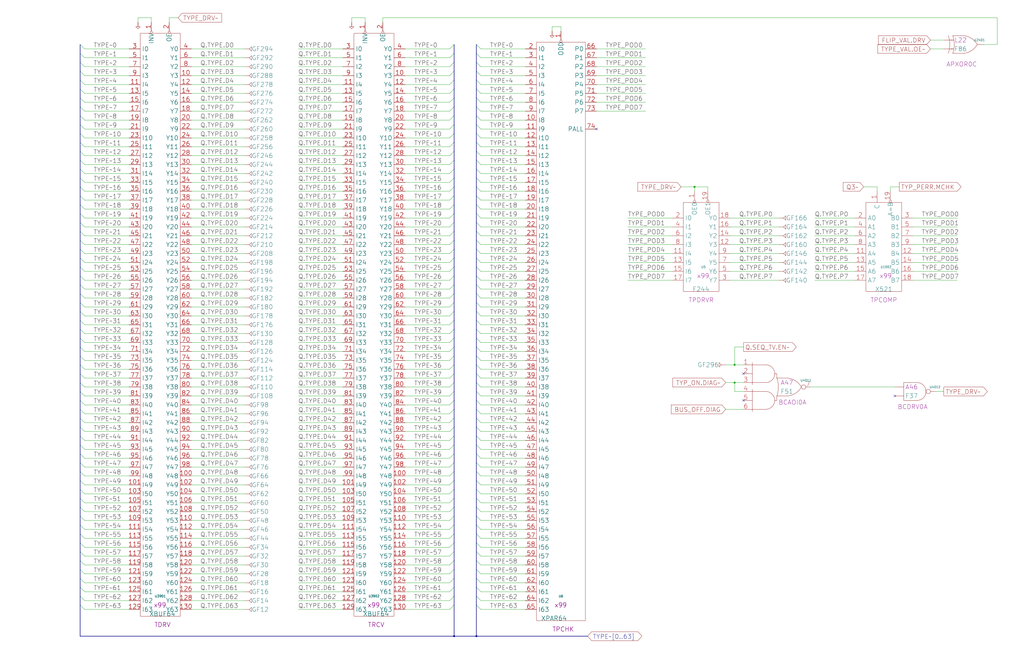
<source format=kicad_sch>
(kicad_sch (version 20230121) (generator eeschema)
  (paper "User" 584.2 378.46)
  (title_block (title "TYPE BUS TRANCEIVER\\nDATA PORTION") (date "22-MAY-90") (rev "1.0") (comment 1 "SEQUENCER") (comment 2 "232-003064") (comment 3 "S400") (comment 4 "RELEASED"))
  (junction (at 419.1 208.28))
  (junction (at 396.24 106.68))
  (junction (at 271.78 363.22))
  (junction (at 419.1 218.44))
  (junction (at 259.08 363.22))
  (no_connect (at 424.18 228.6))
  (no_connect (at 424.18 213.36))
  (no_connect (at 340.36 73.66))
  (no_connect (at 510.54 226.06))
  (bus_entry (at 259.08 274.32) (size -2.54 2.54))
  (bus_entry (at 45.72 274.32) (size 2.54 2.54))
  (bus_entry (at 259.08 208.28) (size -2.54 2.54))
  (bus_entry (at 271.78 294.64) (size 2.54 2.54))
  (bus_entry (at 45.72 142.24) (size 2.54 2.54))
  (bus_entry (at 45.72 66.04) (size 2.54 2.54))
  (bus_entry (at 45.72 71.12) (size 2.54 2.54))
  (bus_entry (at 45.72 132.08) (size 2.54 2.54))
  (bus_entry (at 271.78 30.48) (size 2.54 2.54))
  (bus_entry (at 45.72 284.48) (size 2.54 2.54))
  (bus_entry (at 271.78 218.44) (size 2.54 2.54))
  (bus_entry (at 271.78 233.68) (size 2.54 2.54))
  (bus_entry (at 259.08 66.04) (size -2.54 2.54))
  (bus_entry (at 259.08 81.28) (size -2.54 2.54))
  (bus_entry (at 271.78 335.28) (size 2.54 2.54))
  (bus_entry (at 271.78 50.8) (size 2.54 2.54))
  (bus_entry (at 45.72 30.48) (size 2.54 2.54))
  (bus_entry (at 45.72 198.12) (size 2.54 2.54))
  (bus_entry (at 45.72 203.2) (size 2.54 2.54))
  (bus_entry (at 271.78 182.88) (size 2.54 2.54))
  (bus_entry (at 45.72 233.68) (size 2.54 2.54))
  (bus_entry (at 259.08 218.44) (size -2.54 2.54))
  (bus_entry (at 259.08 45.72) (size -2.54 2.54))
  (bus_entry (at 259.08 35.56) (size -2.54 2.54))
  (bus_entry (at 259.08 167.64) (size -2.54 2.54))
  (bus_entry (at 271.78 203.2) (size 2.54 2.54))
  (bus_entry (at 271.78 66.04) (size 2.54 2.54))
  (bus_entry (at 45.72 137.16) (size 2.54 2.54))
  (bus_entry (at 271.78 157.48) (size 2.54 2.54))
  (bus_entry (at 271.78 172.72) (size 2.54 2.54))
  (bus_entry (at 259.08 213.36) (size -2.54 2.54))
  (bus_entry (at 271.78 167.64) (size 2.54 2.54))
  (bus_entry (at 259.08 254) (size -2.54 2.54))
  (bus_entry (at 271.78 228.6) (size 2.54 2.54))
  (bus_entry (at 259.08 76.2) (size -2.54 2.54))
  (bus_entry (at 271.78 132.08) (size 2.54 2.54))
  (bus_entry (at 45.72 127) (size 2.54 2.54))
  (bus_entry (at 259.08 162.56) (size -2.54 2.54))
  (bus_entry (at 45.72 172.72) (size 2.54 2.54))
  (bus_entry (at 259.08 335.28) (size -2.54 2.54))
  (bus_entry (at 271.78 177.8) (size 2.54 2.54))
  (bus_entry (at 259.08 269.24) (size -2.54 2.54))
  (bus_entry (at 45.72 96.52) (size 2.54 2.54))
  (bus_entry (at 271.78 111.76) (size 2.54 2.54))
  (bus_entry (at 259.08 121.92) (size -2.54 2.54))
  (bus_entry (at 259.08 193.04) (size -2.54 2.54))
  (bus_entry (at 45.72 264.16) (size 2.54 2.54))
  (bus_entry (at 271.78 340.36) (size 2.54 2.54))
  (bus_entry (at 259.08 284.48) (size -2.54 2.54))
  (bus_entry (at 45.72 259.08) (size 2.54 2.54))
  (bus_entry (at 259.08 25.4) (size -2.54 2.54))
  (bus_entry (at 45.72 228.6) (size 2.54 2.54))
  (bus_entry (at 45.72 111.76) (size 2.54 2.54))
  (bus_entry (at 259.08 223.52) (size -2.54 2.54))
  (bus_entry (at 259.08 325.12) (size -2.54 2.54))
  (bus_entry (at 259.08 182.88) (size -2.54 2.54))
  (bus_entry (at 45.72 121.92) (size 2.54 2.54))
  (bus_entry (at 45.72 269.24) (size 2.54 2.54))
  (bus_entry (at 45.72 86.36) (size 2.54 2.54))
  (bus_entry (at 271.78 86.36) (size 2.54 2.54))
  (bus_entry (at 259.08 137.16) (size -2.54 2.54))
  (bus_entry (at 271.78 76.2) (size 2.54 2.54))
  (bus_entry (at 45.72 223.52) (size 2.54 2.54))
  (bus_entry (at 259.08 172.72) (size -2.54 2.54))
  (bus_entry (at 271.78 213.36) (size 2.54 2.54))
  (bus_entry (at 271.78 35.56) (size 2.54 2.54))
  (bus_entry (at 45.72 147.32) (size 2.54 2.54))
  (bus_entry (at 271.78 152.4) (size 2.54 2.54))
  (bus_entry (at 45.72 193.04) (size 2.54 2.54))
  (bus_entry (at 271.78 142.24) (size 2.54 2.54))
  (bus_entry (at 271.78 45.72) (size 2.54 2.54))
  (bus_entry (at 271.78 40.64) (size 2.54 2.54))
  (bus_entry (at 271.78 254) (size 2.54 2.54))
  (bus_entry (at 45.72 45.72) (size 2.54 2.54))
  (bus_entry (at 259.08 299.72) (size -2.54 2.54))
  (bus_entry (at 259.08 198.12) (size -2.54 2.54))
  (bus_entry (at 259.08 228.6) (size -2.54 2.54))
  (bus_entry (at 45.72 238.76) (size 2.54 2.54))
  (bus_entry (at 45.72 101.6) (size 2.54 2.54))
  (bus_entry (at 45.72 340.36) (size 2.54 2.54))
  (bus_entry (at 45.72 157.48) (size 2.54 2.54))
  (bus_entry (at 271.78 289.56) (size 2.54 2.54))
  (bus_entry (at 271.78 208.28) (size 2.54 2.54))
  (bus_entry (at 45.72 279.4) (size 2.54 2.54))
  (bus_entry (at 45.72 91.44) (size 2.54 2.54))
  (bus_entry (at 259.08 279.4) (size -2.54 2.54))
  (bus_entry (at 45.72 330.2) (size 2.54 2.54))
  (bus_entry (at 271.78 81.28) (size 2.54 2.54))
  (bus_entry (at 45.72 335.28) (size 2.54 2.54))
  (bus_entry (at 271.78 284.48) (size 2.54 2.54))
  (bus_entry (at 259.08 233.68) (size -2.54 2.54))
  (bus_entry (at 45.72 50.8) (size 2.54 2.54))
  (bus_entry (at 45.72 25.4) (size 2.54 2.54))
  (bus_entry (at 271.78 279.4) (size 2.54 2.54))
  (bus_entry (at 259.08 304.8) (size -2.54 2.54))
  (bus_entry (at 271.78 137.16) (size 2.54 2.54))
  (bus_entry (at 45.72 345.44) (size 2.54 2.54))
  (bus_entry (at 45.72 182.88) (size 2.54 2.54))
  (bus_entry (at 45.72 243.84) (size 2.54 2.54))
  (bus_entry (at 45.72 325.12) (size 2.54 2.54))
  (bus_entry (at 271.78 314.96) (size 2.54 2.54))
  (bus_entry (at 259.08 314.96) (size -2.54 2.54))
  (bus_entry (at 271.78 193.04) (size 2.54 2.54))
  (bus_entry (at 271.78 162.56) (size 2.54 2.54))
  (bus_entry (at 271.78 71.12) (size 2.54 2.54))
  (bus_entry (at 259.08 106.68) (size -2.54 2.54))
  (bus_entry (at 271.78 121.92) (size 2.54 2.54))
  (bus_entry (at 259.08 238.76) (size -2.54 2.54))
  (bus_entry (at 271.78 304.8) (size 2.54 2.54))
  (bus_entry (at 271.78 91.44) (size 2.54 2.54))
  (bus_entry (at 271.78 238.76) (size 2.54 2.54))
  (bus_entry (at 259.08 345.44) (size -2.54 2.54))
  (bus_entry (at 271.78 264.16) (size 2.54 2.54))
  (bus_entry (at 259.08 320.04) (size -2.54 2.54))
  (bus_entry (at 45.72 76.2) (size 2.54 2.54))
  (bus_entry (at 271.78 106.68) (size 2.54 2.54))
  (bus_entry (at 271.78 101.6) (size 2.54 2.54))
  (bus_entry (at 45.72 40.64) (size 2.54 2.54))
  (bus_entry (at 45.72 309.88) (size 2.54 2.54))
  (bus_entry (at 259.08 60.96) (size -2.54 2.54))
  (bus_entry (at 271.78 325.12) (size 2.54 2.54))
  (bus_entry (at 271.78 25.4) (size 2.54 2.54))
  (bus_entry (at 259.08 294.64) (size -2.54 2.54))
  (bus_entry (at 259.08 248.92) (size -2.54 2.54))
  (bus_entry (at 259.08 309.88) (size -2.54 2.54))
  (bus_entry (at 45.72 55.88) (size 2.54 2.54))
  (bus_entry (at 259.08 40.64) (size -2.54 2.54))
  (bus_entry (at 45.72 294.64) (size 2.54 2.54))
  (bus_entry (at 259.08 147.32) (size -2.54 2.54))
  (bus_entry (at 271.78 299.72) (size 2.54 2.54))
  (bus_entry (at 45.72 248.92) (size 2.54 2.54))
  (bus_entry (at 271.78 345.44) (size 2.54 2.54))
  (bus_entry (at 271.78 320.04) (size 2.54 2.54))
  (bus_entry (at 259.08 132.08) (size -2.54 2.54))
  (bus_entry (at 259.08 55.88) (size -2.54 2.54))
  (bus_entry (at 45.72 106.68) (size 2.54 2.54))
  (bus_entry (at 259.08 157.48) (size -2.54 2.54))
  (bus_entry (at 271.78 55.88) (size 2.54 2.54))
  (bus_entry (at 45.72 254) (size 2.54 2.54))
  (bus_entry (at 45.72 152.4) (size 2.54 2.54))
  (bus_entry (at 259.08 111.76) (size -2.54 2.54))
  (bus_entry (at 45.72 289.56) (size 2.54 2.54))
  (bus_entry (at 45.72 116.84) (size 2.54 2.54))
  (bus_entry (at 271.78 116.84) (size 2.54 2.54))
  (bus_entry (at 259.08 50.8) (size -2.54 2.54))
  (bus_entry (at 271.78 309.88) (size 2.54 2.54))
  (bus_entry (at 271.78 243.84) (size 2.54 2.54))
  (bus_entry (at 45.72 162.56) (size 2.54 2.54))
  (bus_entry (at 259.08 86.36) (size -2.54 2.54))
  (bus_entry (at 259.08 243.84) (size -2.54 2.54))
  (bus_entry (at 45.72 314.96) (size 2.54 2.54))
  (bus_entry (at 259.08 289.56) (size -2.54 2.54))
  (bus_entry (at 271.78 223.52) (size 2.54 2.54))
  (bus_entry (at 259.08 264.16) (size -2.54 2.54))
  (bus_entry (at 259.08 91.44) (size -2.54 2.54))
  (bus_entry (at 271.78 147.32) (size 2.54 2.54))
  (bus_entry (at 271.78 198.12) (size 2.54 2.54))
  (bus_entry (at 259.08 101.6) (size -2.54 2.54))
  (bus_entry (at 259.08 177.8) (size -2.54 2.54))
  (bus_entry (at 45.72 208.28) (size 2.54 2.54))
  (bus_entry (at 45.72 167.64) (size 2.54 2.54))
  (bus_entry (at 45.72 320.04) (size 2.54 2.54))
  (bus_entry (at 271.78 248.92) (size 2.54 2.54))
  (bus_entry (at 45.72 299.72) (size 2.54 2.54))
  (bus_entry (at 259.08 116.84) (size -2.54 2.54))
  (bus_entry (at 45.72 304.8) (size 2.54 2.54))
  (bus_entry (at 45.72 60.96) (size 2.54 2.54))
  (bus_entry (at 45.72 218.44) (size 2.54 2.54))
  (bus_entry (at 259.08 203.2) (size -2.54 2.54))
  (bus_entry (at 45.72 213.36) (size 2.54 2.54))
  (bus_entry (at 271.78 96.52) (size 2.54 2.54))
  (bus_entry (at 259.08 259.08) (size -2.54 2.54))
  (bus_entry (at 45.72 81.28) (size 2.54 2.54))
  (bus_entry (at 271.78 187.96) (size 2.54 2.54))
  (bus_entry (at 271.78 274.32) (size 2.54 2.54))
  (bus_entry (at 259.08 96.52) (size -2.54 2.54))
  (bus_entry (at 271.78 259.08) (size 2.54 2.54))
  (bus_entry (at 45.72 177.8) (size 2.54 2.54))
  (bus_entry (at 45.72 187.96) (size 2.54 2.54))
  (bus_entry (at 259.08 127) (size -2.54 2.54))
  (bus_entry (at 271.78 330.2) (size 2.54 2.54))
  (bus_entry (at 271.78 60.96) (size 2.54 2.54))
  (bus_entry (at 45.72 35.56) (size 2.54 2.54))
  (bus_entry (at 259.08 142.24) (size -2.54 2.54))
  (bus_entry (at 259.08 71.12) (size -2.54 2.54))
  (bus_entry (at 259.08 152.4) (size -2.54 2.54))
  (bus_entry (at 259.08 330.2) (size -2.54 2.54))
  (bus_entry (at 259.08 187.96) (size -2.54 2.54))
  (bus_entry (at 259.08 30.48) (size -2.54 2.54))
  (bus_entry (at 271.78 269.24) (size 2.54 2.54))
  (bus_entry (at 271.78 127) (size 2.54 2.54))
  (bus_entry (at 259.08 340.36) (size -2.54 2.54))
  (bus (pts (xy 259.08 269.24) (xy 259.08 274.32)))
  (wire (pts (xy 231.14 68.58) (xy 256.54 68.58)))
  (bus (pts (xy 45.72 233.68) (xy 45.72 238.76)))
  (wire (pts (xy 299.72 312.42) (xy 274.32 312.42)))
  (wire (pts (xy 139.7 241.3) (xy 109.22 241.3)))
  (wire (pts (xy 170.18 312.42) (xy 195.58 312.42)))
  (wire (pts (xy 139.7 165.1) (xy 109.22 165.1)))
  (bus (pts (xy 45.72 203.2) (xy 45.72 208.28)))
  (wire (pts (xy 139.7 68.58) (xy 109.22 68.58)))
  (bus (pts (xy 259.08 340.36) (xy 259.08 345.44)))
  (wire (pts (xy 299.72 246.38) (xy 274.32 246.38)))
  (bus (pts (xy 271.78 330.2) (xy 271.78 335.28)))
  (wire (pts (xy 170.18 129.54) (xy 195.58 129.54)))
  (wire (pts (xy 520.7 149.86) (xy 546.1 149.86)))
  (wire (pts (xy 358.14 154.94) (xy 383.54 154.94)))
  (bus (pts (xy 45.72 40.64) (xy 45.72 45.72)))
  (bus (pts (xy 259.08 335.28) (xy 259.08 340.36)))
  (wire (pts (xy 218.44 10.16) (xy 218.44 12.7)))
  (wire (pts (xy 299.72 53.34) (xy 274.32 53.34)))
  (wire (pts (xy 299.72 160.02) (xy 274.32 160.02)))
  (wire (pts (xy 414.02 208.28) (xy 419.1 208.28)))
  (bus (pts (xy 259.08 193.04) (xy 259.08 198.12)))
  (bus (pts (xy 271.78 111.76) (xy 271.78 116.84)))
  (wire (pts (xy 299.72 165.1) (xy 274.32 165.1)))
  (wire (pts (xy 299.72 104.14) (xy 274.32 104.14)))
  (bus (pts (xy 271.78 142.24) (xy 271.78 147.32)))
  (wire (pts (xy 231.14 99.06) (xy 256.54 99.06)))
  (wire (pts (xy 73.66 226.06) (xy 48.26 226.06)))
  (wire (pts (xy 231.14 261.62) (xy 256.54 261.62)))
  (wire (pts (xy 73.66 195.58) (xy 48.26 195.58)))
  (wire (pts (xy 170.18 160.02) (xy 195.58 160.02)))
  (wire (pts (xy 139.7 200.66) (xy 109.22 200.66)))
  (wire (pts (xy 403.86 109.22) (xy 403.86 106.68)))
  (wire (pts (xy 139.7 119.38) (xy 109.22 119.38)))
  (bus (pts (xy 45.72 294.64) (xy 45.72 299.72)))
  (wire (pts (xy 73.66 165.1) (xy 48.26 165.1)))
  (wire (pts (xy 170.18 342.9) (xy 195.58 342.9)))
  (wire (pts (xy 464.82 124.46) (xy 487.68 124.46)))
  (wire (pts (xy 139.7 317.5) (xy 109.22 317.5)))
  (wire (pts (xy 231.14 332.74) (xy 256.54 332.74)))
  (wire (pts (xy 299.72 256.54) (xy 274.32 256.54)))
  (wire (pts (xy 464.82 129.54) (xy 487.68 129.54)))
  (wire (pts (xy 533.4 223.52) (xy 538.48 223.52)))
  (wire (pts (xy 170.18 38.1) (xy 195.58 38.1)))
  (wire (pts (xy 73.66 154.94) (xy 48.26 154.94)))
  (wire (pts (xy 299.72 251.46) (xy 274.32 251.46)))
  (wire (pts (xy 73.66 256.54) (xy 48.26 256.54)))
  (wire (pts (xy 139.7 231.14) (xy 109.22 231.14)))
  (wire (pts (xy 73.66 175.26) (xy 48.26 175.26)))
  (wire (pts (xy 231.14 180.34) (xy 256.54 180.34)))
  (bus (pts (xy 259.08 30.48) (xy 259.08 35.56)))
  (wire (pts (xy 231.14 292.1) (xy 256.54 292.1)))
  (wire (pts (xy 299.72 190.5) (xy 274.32 190.5)))
  (wire (pts (xy 73.66 312.42) (xy 48.26 312.42)))
  (wire (pts (xy 299.72 241.3) (xy 274.32 241.3)))
  (wire (pts (xy 139.7 251.46) (xy 109.22 251.46)))
  (bus (pts (xy 259.08 274.32) (xy 259.08 279.4)))
  (bus (pts (xy 259.08 182.88) (xy 259.08 187.96)))
  (wire (pts (xy 299.72 58.42) (xy 274.32 58.42)))
  (wire (pts (xy 231.14 307.34) (xy 256.54 307.34)))
  (wire (pts (xy 231.14 337.82) (xy 256.54 337.82)))
  (bus (pts (xy 271.78 172.72) (xy 271.78 177.8)))
  (bus (pts (xy 271.78 340.36) (xy 271.78 345.44)))
  (wire (pts (xy 299.72 129.54) (xy 274.32 129.54)))
  (wire (pts (xy 419.1 208.28) (xy 424.18 208.28)))
  (wire (pts (xy 231.14 104.14) (xy 256.54 104.14)))
  (wire (pts (xy 73.66 129.54) (xy 48.26 129.54)))
  (wire (pts (xy 396.24 106.68) (xy 396.24 109.22)))
  (wire (pts (xy 170.18 93.98) (xy 195.58 93.98)))
  (wire (pts (xy 299.72 99.06) (xy 274.32 99.06)))
  (wire (pts (xy 462.28 220.98) (xy 510.54 220.98)))
  (wire (pts (xy 170.18 63.5) (xy 195.58 63.5)))
  (wire (pts (xy 299.72 27.94) (xy 274.32 27.94)))
  (bus (pts (xy 45.72 30.48) (xy 45.72 35.56)))
  (bus (pts (xy 271.78 243.84) (xy 271.78 248.92)))
  (wire (pts (xy 231.14 185.42) (xy 256.54 185.42)))
  (bus (pts (xy 45.72 76.2) (xy 45.72 81.28)))
  (wire (pts (xy 73.66 185.42) (xy 48.26 185.42)))
  (wire (pts (xy 73.66 332.74) (xy 48.26 332.74)))
  (wire (pts (xy 73.66 33.02) (xy 48.26 33.02)))
  (wire (pts (xy 231.14 195.58) (xy 256.54 195.58)))
  (wire (pts (xy 139.7 58.42) (xy 109.22 58.42)))
  (bus (pts (xy 45.72 213.36) (xy 45.72 218.44)))
  (wire (pts (xy 208.28 10.16) (xy 208.28 12.7)))
  (wire (pts (xy 299.72 231.14) (xy 274.32 231.14)))
  (wire (pts (xy 231.14 73.66) (xy 256.54 73.66)))
  (bus (pts (xy 45.72 91.44) (xy 45.72 96.52)))
  (bus (pts (xy 271.78 71.12) (xy 271.78 76.2)))
  (wire (pts (xy 218.44 10.16) (xy 568.96 10.16)))
  (wire (pts (xy 73.66 266.7) (xy 48.26 266.7)))
  (wire (pts (xy 508 106.68) (xy 508 109.22)))
  (bus (pts (xy 271.78 60.96) (xy 271.78 66.04)))
  (bus (pts (xy 45.72 182.88) (xy 45.72 187.96)))
  (wire (pts (xy 73.66 93.98) (xy 48.26 93.98)))
  (bus (pts (xy 259.08 254) (xy 259.08 259.08)))
  (wire (pts (xy 231.14 160.02) (xy 256.54 160.02)))
  (wire (pts (xy 73.66 149.86) (xy 48.26 149.86)))
  (bus (pts (xy 259.08 25.4) (xy 259.08 30.48)))
  (wire (pts (xy 231.14 236.22) (xy 256.54 236.22)))
  (wire (pts (xy 340.36 53.34) (xy 368.3 53.34)))
  (wire (pts (xy 139.7 93.98) (xy 109.22 93.98)))
  (bus (pts (xy 259.08 40.64) (xy 259.08 45.72)))
  (wire (pts (xy 73.66 144.78) (xy 48.26 144.78)))
  (bus (pts (xy 271.78 35.56) (xy 271.78 40.64)))
  (bus (pts (xy 45.72 106.68) (xy 45.72 111.76)))
  (wire (pts (xy 464.82 139.7) (xy 487.68 139.7)))
  (wire (pts (xy 231.14 53.34) (xy 256.54 53.34)))
  (bus (pts (xy 259.08 330.2) (xy 259.08 335.28)))
  (bus (pts (xy 271.78 76.2) (xy 271.78 81.28)))
  (wire (pts (xy 170.18 302.26) (xy 195.58 302.26)))
  (wire (pts (xy 139.7 160.02) (xy 109.22 160.02)))
  (wire (pts (xy 358.14 124.46) (xy 383.54 124.46)))
  (bus (pts (xy 45.72 208.28) (xy 45.72 213.36)))
  (bus (pts (xy 259.08 86.36) (xy 259.08 91.44)))
  (wire (pts (xy 299.72 337.82) (xy 274.32 337.82)))
  (bus (pts (xy 45.72 259.08) (xy 45.72 264.16)))
  (bus (pts (xy 45.72 45.72) (xy 45.72 50.8)))
  (bus (pts (xy 271.78 264.16) (xy 271.78 269.24)))
  (wire (pts (xy 73.66 210.82) (xy 48.26 210.82)))
  (bus (pts (xy 259.08 127) (xy 259.08 132.08)))
  (bus (pts (xy 271.78 289.56) (xy 271.78 294.64)))
  (wire (pts (xy 231.14 220.98) (xy 256.54 220.98)))
  (wire (pts (xy 170.18 266.7) (xy 195.58 266.7)))
  (bus (pts (xy 45.72 198.12) (xy 45.72 203.2)))
  (wire (pts (xy 170.18 119.38) (xy 195.58 119.38)))
  (wire (pts (xy 414.02 233.68) (xy 424.18 233.68)))
  (bus (pts (xy 259.08 203.2) (xy 259.08 208.28)))
  (wire (pts (xy 231.14 251.46) (xy 256.54 251.46)))
  (bus (pts (xy 259.08 152.4) (xy 259.08 157.48)))
  (wire (pts (xy 231.14 256.54) (xy 256.54 256.54)))
  (wire (pts (xy 139.7 63.5) (xy 109.22 63.5)))
  (bus (pts (xy 271.78 269.24) (xy 271.78 274.32)))
  (bus (pts (xy 259.08 91.44) (xy 259.08 96.52)))
  (bus (pts (xy 45.72 132.08) (xy 45.72 137.16)))
  (wire (pts (xy 139.7 342.9) (xy 109.22 342.9)))
  (wire (pts (xy 139.7 129.54) (xy 109.22 129.54)))
  (bus (pts (xy 271.78 213.36) (xy 271.78 218.44)))
  (bus (pts (xy 45.72 284.48) (xy 45.72 289.56)))
  (wire (pts (xy 170.18 287.02) (xy 195.58 287.02)))
  (bus (pts (xy 45.72 254) (xy 45.72 259.08)))
  (bus (pts (xy 271.78 284.48) (xy 271.78 289.56)))
  (wire (pts (xy 73.66 180.34) (xy 48.26 180.34)))
  (wire (pts (xy 139.7 322.58) (xy 109.22 322.58)))
  (wire (pts (xy 139.7 302.26) (xy 109.22 302.26)))
  (bus (pts (xy 271.78 274.32) (xy 271.78 279.4)))
  (bus (pts (xy 259.08 45.72) (xy 259.08 50.8)))
  (wire (pts (xy 299.72 88.9) (xy 274.32 88.9)))
  (wire (pts (xy 170.18 175.26) (xy 195.58 175.26)))
  (wire (pts (xy 231.14 83.82) (xy 256.54 83.82)))
  (bus (pts (xy 259.08 320.04) (xy 259.08 325.12)))
  (wire (pts (xy 73.66 73.66) (xy 48.26 73.66)))
  (wire (pts (xy 231.14 322.58) (xy 256.54 322.58)))
  (wire (pts (xy 231.14 154.94) (xy 256.54 154.94)))
  (wire (pts (xy 170.18 337.82) (xy 195.58 337.82)))
  (wire (pts (xy 73.66 190.5) (xy 48.26 190.5)))
  (wire (pts (xy 299.72 63.5) (xy 274.32 63.5)))
  (bus (pts (xy 271.78 25.4) (xy 271.78 30.48)))
  (bus (pts (xy 45.72 218.44) (xy 45.72 223.52)))
  (wire (pts (xy 170.18 53.34) (xy 195.58 53.34)))
  (wire (pts (xy 139.7 134.62) (xy 109.22 134.62)))
  (wire (pts (xy 73.66 68.58) (xy 48.26 68.58)))
  (wire (pts (xy 416.56 149.86) (xy 444.5 149.86)))
  (bus (pts (xy 45.72 86.36) (xy 45.72 91.44)))
  (wire (pts (xy 299.72 220.98) (xy 274.32 220.98)))
  (wire (pts (xy 139.7 307.34) (xy 109.22 307.34)))
  (bus (pts (xy 259.08 304.8) (xy 259.08 309.88)))
  (wire (pts (xy 73.66 236.22) (xy 48.26 236.22)))
  (wire (pts (xy 170.18 307.34) (xy 195.58 307.34)))
  (bus (pts (xy 271.78 55.88) (xy 271.78 60.96)))
  (wire (pts (xy 170.18 27.94) (xy 195.58 27.94)))
  (bus (pts (xy 45.72 142.24) (xy 45.72 147.32)))
  (bus (pts (xy 45.72 335.28) (xy 45.72 340.36)))
  (wire (pts (xy 139.7 246.38) (xy 109.22 246.38)))
  (wire (pts (xy 561.34 25.4) (xy 568.96 25.4)))
  (wire (pts (xy 73.66 170.18) (xy 48.26 170.18)))
  (bus (pts (xy 271.78 304.8) (xy 271.78 309.88)))
  (wire (pts (xy 170.18 190.5) (xy 195.58 190.5)))
  (bus (pts (xy 259.08 299.72) (xy 259.08 304.8)))
  (wire (pts (xy 299.72 307.34) (xy 274.32 307.34)))
  (wire (pts (xy 299.72 139.7) (xy 274.32 139.7)))
  (wire (pts (xy 73.66 337.82) (xy 48.26 337.82)))
  (wire (pts (xy 139.7 347.98) (xy 109.22 347.98)))
  (wire (pts (xy 139.7 190.5) (xy 109.22 190.5)))
  (wire (pts (xy 73.66 302.26) (xy 48.26 302.26)))
  (bus (pts (xy 259.08 187.96) (xy 259.08 193.04)))
  (wire (pts (xy 73.66 63.5) (xy 48.26 63.5)))
  (wire (pts (xy 231.14 170.18) (xy 256.54 170.18)))
  (wire (pts (xy 139.7 276.86) (xy 109.22 276.86)))
  (wire (pts (xy 530.86 27.94) (xy 538.48 27.94)))
  (wire (pts (xy 231.14 215.9) (xy 256.54 215.9)))
  (wire (pts (xy 299.72 347.98) (xy 274.32 347.98)))
  (wire (pts (xy 231.14 271.78) (xy 256.54 271.78)))
  (wire (pts (xy 170.18 256.54) (xy 195.58 256.54)))
  (wire (pts (xy 299.72 266.7) (xy 274.32 266.7)))
  (bus (pts (xy 259.08 243.84) (xy 259.08 248.92)))
  (wire (pts (xy 299.72 261.62) (xy 274.32 261.62)))
  (wire (pts (xy 299.72 93.98) (xy 274.32 93.98)))
  (bus (pts (xy 259.08 137.16) (xy 259.08 142.24)))
  (wire (pts (xy 73.66 287.02) (xy 48.26 287.02)))
  (wire (pts (xy 231.14 48.26) (xy 256.54 48.26)))
  (wire (pts (xy 299.72 297.18) (xy 274.32 297.18)))
  (wire (pts (xy 73.66 297.18) (xy 48.26 297.18)))
  (wire (pts (xy 73.66 215.9) (xy 48.26 215.9)))
  (wire (pts (xy 231.14 226.06) (xy 256.54 226.06)))
  (bus (pts (xy 271.78 203.2) (xy 271.78 208.28)))
  (bus (pts (xy 45.72 320.04) (xy 45.72 325.12)))
  (wire (pts (xy 231.14 109.22) (xy 256.54 109.22)))
  (wire (pts (xy 231.14 190.5) (xy 256.54 190.5)))
  (wire (pts (xy 73.66 347.98) (xy 48.26 347.98)))
  (wire (pts (xy 464.82 149.86) (xy 487.68 149.86)))
  (wire (pts (xy 170.18 205.74) (xy 195.58 205.74)))
  (bus (pts (xy 259.08 259.08) (xy 259.08 264.16)))
  (wire (pts (xy 73.66 48.26) (xy 48.26 48.26)))
  (wire (pts (xy 416.56 154.94) (xy 444.5 154.94)))
  (wire (pts (xy 139.7 170.18) (xy 109.22 170.18)))
  (wire (pts (xy 170.18 200.66) (xy 195.58 200.66)))
  (bus (pts (xy 259.08 223.52) (xy 259.08 228.6)))
  (wire (pts (xy 170.18 114.3) (xy 195.58 114.3)))
  (bus (pts (xy 271.78 86.36) (xy 271.78 91.44)))
  (wire (pts (xy 299.72 215.9) (xy 274.32 215.9)))
  (wire (pts (xy 299.72 78.74) (xy 274.32 78.74)))
  (wire (pts (xy 500.38 106.68) (xy 500.38 109.22)))
  (bus (pts (xy 45.72 96.52) (xy 45.72 101.6)))
  (bus (pts (xy 45.72 172.72) (xy 45.72 177.8)))
  (bus (pts (xy 271.78 137.16) (xy 271.78 142.24)))
  (wire (pts (xy 299.72 114.3) (xy 274.32 114.3)))
  (bus (pts (xy 45.72 147.32) (xy 45.72 152.4)))
  (wire (pts (xy 231.14 287.02) (xy 256.54 287.02)))
  (wire (pts (xy 73.66 83.82) (xy 48.26 83.82)))
  (bus (pts (xy 259.08 167.64) (xy 259.08 172.72)))
  (bus (pts (xy 45.72 60.96) (xy 45.72 66.04)))
  (wire (pts (xy 170.18 185.42) (xy 195.58 185.42)))
  (bus (pts (xy 45.72 50.8) (xy 45.72 55.88)))
  (wire (pts (xy 170.18 43.18) (xy 195.58 43.18)))
  (wire (pts (xy 520.7 124.46) (xy 546.1 124.46)))
  (wire (pts (xy 139.7 73.66) (xy 109.22 73.66)))
  (wire (pts (xy 73.66 43.18) (xy 48.26 43.18)))
  (wire (pts (xy 73.66 322.58) (xy 48.26 322.58)))
  (wire (pts (xy 299.72 226.06) (xy 274.32 226.06)))
  (wire (pts (xy 170.18 124.46) (xy 195.58 124.46)))
  (wire (pts (xy 520.7 144.78) (xy 546.1 144.78)))
  (wire (pts (xy 73.66 160.02) (xy 48.26 160.02)))
  (wire (pts (xy 73.66 241.3) (xy 48.26 241.3)))
  (wire (pts (xy 414.02 218.44) (xy 419.1 218.44)))
  (wire (pts (xy 139.7 149.86) (xy 109.22 149.86)))
  (wire (pts (xy 231.14 302.26) (xy 256.54 302.26)))
  (wire (pts (xy 231.14 165.1) (xy 256.54 165.1)))
  (wire (pts (xy 139.7 256.54) (xy 109.22 256.54)))
  (bus (pts (xy 271.78 177.8) (xy 271.78 182.88)))
  (wire (pts (xy 139.7 43.18) (xy 109.22 43.18)))
  (bus (pts (xy 45.72 345.44) (xy 45.72 363.22)))
  (wire (pts (xy 73.66 231.14) (xy 48.26 231.14)))
  (bus (pts (xy 271.78 81.28) (xy 271.78 86.36)))
  (wire (pts (xy 340.36 63.5) (xy 368.3 63.5)))
  (bus (pts (xy 259.08 233.68) (xy 259.08 238.76)))
  (bus (pts (xy 45.72 167.64) (xy 45.72 172.72)))
  (bus (pts (xy 259.08 55.88) (xy 259.08 60.96)))
  (bus (pts (xy 271.78 101.6) (xy 271.78 106.68)))
  (bus (pts (xy 271.78 193.04) (xy 271.78 198.12)))
  (bus (pts (xy 271.78 294.64) (xy 271.78 299.72)))
  (bus (pts (xy 45.72 111.76) (xy 45.72 116.84)))
  (wire (pts (xy 492.76 106.68) (xy 500.38 106.68)))
  (wire (pts (xy 299.72 317.5) (xy 274.32 317.5)))
  (bus (pts (xy 259.08 162.56) (xy 259.08 167.64)))
  (bus (pts (xy 259.08 60.96) (xy 259.08 66.04)))
  (bus (pts (xy 45.72 340.36) (xy 45.72 345.44)))
  (bus (pts (xy 271.78 279.4) (xy 271.78 284.48)))
  (wire (pts (xy 170.18 78.74) (xy 195.58 78.74)))
  (bus (pts (xy 45.72 264.16) (xy 45.72 269.24)))
  (wire (pts (xy 139.7 33.02) (xy 109.22 33.02)))
  (wire (pts (xy 170.18 170.18) (xy 195.58 170.18)))
  (bus (pts (xy 45.72 330.2) (xy 45.72 335.28)))
  (wire (pts (xy 520.7 139.7) (xy 546.1 139.7)))
  (wire (pts (xy 464.82 154.94) (xy 487.68 154.94)))
  (wire (pts (xy 139.7 281.94) (xy 109.22 281.94)))
  (wire (pts (xy 139.7 297.18) (xy 109.22 297.18)))
  (bus (pts (xy 271.78 187.96) (xy 271.78 193.04)))
  (wire (pts (xy 139.7 327.66) (xy 109.22 327.66)))
  (bus (pts (xy 271.78 127) (xy 271.78 132.08)))
  (bus (pts (xy 259.08 147.32) (xy 259.08 152.4)))
  (bus (pts (xy 45.72 121.92) (xy 45.72 127)))
  (bus (pts (xy 45.72 152.4) (xy 45.72 157.48)))
  (wire (pts (xy 170.18 261.62) (xy 195.58 261.62)))
  (wire (pts (xy 340.36 38.1) (xy 368.3 38.1)))
  (wire (pts (xy 73.66 27.94) (xy 48.26 27.94)))
  (wire (pts (xy 299.72 43.18) (xy 274.32 43.18)))
  (bus (pts (xy 259.08 96.52) (xy 259.08 101.6)))
  (wire (pts (xy 170.18 33.02) (xy 195.58 33.02)))
  (bus (pts (xy 45.72 25.4) (xy 45.72 30.48)))
  (wire (pts (xy 299.72 73.66) (xy 274.32 73.66)))
  (bus (pts (xy 259.08 289.56) (xy 259.08 294.64)))
  (bus (pts (xy 259.08 264.16) (xy 259.08 269.24)))
  (wire (pts (xy 170.18 276.86) (xy 195.58 276.86)))
  (bus (pts (xy 45.72 363.22) (xy 259.08 363.22)))
  (bus (pts (xy 45.72 157.48) (xy 45.72 162.56)))
  (wire (pts (xy 170.18 149.86) (xy 195.58 149.86)))
  (wire (pts (xy 139.7 266.7) (xy 109.22 266.7)))
  (wire (pts (xy 170.18 134.62) (xy 195.58 134.62)))
  (bus (pts (xy 259.08 208.28) (xy 259.08 213.36)))
  (wire (pts (xy 231.14 342.9) (xy 256.54 342.9)))
  (wire (pts (xy 170.18 251.46) (xy 195.58 251.46)))
  (wire (pts (xy 299.72 342.9) (xy 274.32 342.9)))
  (wire (pts (xy 299.72 154.94) (xy 274.32 154.94)))
  (wire (pts (xy 73.66 139.7) (xy 48.26 139.7)))
  (wire (pts (xy 139.7 180.34) (xy 109.22 180.34)))
  (wire (pts (xy 139.7 144.78) (xy 109.22 144.78)))
  (wire (pts (xy 231.14 200.66) (xy 256.54 200.66)))
  (bus (pts (xy 271.78 238.76) (xy 271.78 243.84)))
  (wire (pts (xy 231.14 297.18) (xy 256.54 297.18)))
  (bus (pts (xy 259.08 35.56) (xy 259.08 40.64)))
  (wire (pts (xy 73.66 119.38) (xy 48.26 119.38)))
  (bus (pts (xy 259.08 314.96) (xy 259.08 320.04)))
  (bus (pts (xy 45.72 193.04) (xy 45.72 198.12)))
  (wire (pts (xy 299.72 33.02) (xy 274.32 33.02)))
  (bus (pts (xy 259.08 50.8) (xy 259.08 55.88)))
  (bus (pts (xy 259.08 363.22) (xy 259.08 345.44)))
  (wire (pts (xy 231.14 114.3) (xy 256.54 114.3)))
  (bus (pts (xy 45.72 274.32) (xy 45.72 279.4)))
  (wire (pts (xy 416.56 160.02) (xy 444.5 160.02)))
  (bus (pts (xy 259.08 142.24) (xy 259.08 147.32)))
  (wire (pts (xy 299.72 68.58) (xy 274.32 68.58)))
  (bus (pts (xy 259.08 157.48) (xy 259.08 162.56)))
  (wire (pts (xy 73.66 114.3) (xy 48.26 114.3)))
  (wire (pts (xy 520.7 160.02) (xy 546.1 160.02)))
  (bus (pts (xy 259.08 106.68) (xy 259.08 111.76)))
  (wire (pts (xy 299.72 236.22) (xy 274.32 236.22)))
  (wire (pts (xy 231.14 312.42) (xy 256.54 312.42)))
  (bus (pts (xy 259.08 284.48) (xy 259.08 289.56)))
  (wire (pts (xy 464.82 144.78) (xy 487.68 144.78)))
  (bus (pts (xy 271.78 309.88) (xy 271.78 314.96)))
  (bus (pts (xy 271.78 162.56) (xy 271.78 167.64)))
  (wire (pts (xy 139.7 337.82) (xy 109.22 337.82)))
  (wire (pts (xy 396.24 106.68) (xy 403.86 106.68)))
  (wire (pts (xy 73.66 53.34) (xy 48.26 53.34)))
  (bus (pts (xy 259.08 309.88) (xy 259.08 314.96)))
  (wire (pts (xy 358.14 144.78) (xy 383.54 144.78)))
  (bus (pts (xy 271.78 259.08) (xy 271.78 264.16)))
  (wire (pts (xy 299.72 119.38) (xy 274.32 119.38)))
  (wire (pts (xy 358.14 134.62) (xy 383.54 134.62)))
  (wire (pts (xy 299.72 144.78) (xy 274.32 144.78)))
  (bus (pts (xy 271.78 152.4) (xy 271.78 157.48)))
  (bus (pts (xy 271.78 157.48) (xy 271.78 162.56)))
  (wire (pts (xy 73.66 88.9) (xy 48.26 88.9)))
  (bus (pts (xy 45.72 177.8) (xy 45.72 182.88)))
  (wire (pts (xy 73.66 124.46) (xy 48.26 124.46)))
  (wire (pts (xy 73.66 251.46) (xy 48.26 251.46)))
  (wire (pts (xy 139.7 48.26) (xy 109.22 48.26)))
  (wire (pts (xy 139.7 154.94) (xy 109.22 154.94)))
  (bus (pts (xy 45.72 116.84) (xy 45.72 121.92)))
  (wire (pts (xy 170.18 139.7) (xy 195.58 139.7)))
  (wire (pts (xy 78.74 12.7) (xy 78.74 10.16)))
  (wire (pts (xy 299.72 327.66) (xy 274.32 327.66)))
  (bus (pts (xy 271.78 248.92) (xy 271.78 254)))
  (bus (pts (xy 259.08 248.92) (xy 259.08 254)))
  (wire (pts (xy 231.14 139.7) (xy 256.54 139.7)))
  (bus (pts (xy 45.72 137.16) (xy 45.72 142.24)))
  (wire (pts (xy 299.72 83.82) (xy 274.32 83.82)))
  (wire (pts (xy 73.66 327.66) (xy 48.26 327.66)))
  (wire (pts (xy 73.66 342.9) (xy 48.26 342.9)))
  (bus (pts (xy 45.72 223.52) (xy 45.72 228.6)))
  (wire (pts (xy 170.18 154.94) (xy 195.58 154.94)))
  (wire (pts (xy 314.96 15.24) (xy 320.04 15.24)))
  (wire (pts (xy 170.18 99.06) (xy 195.58 99.06)))
  (wire (pts (xy 231.14 231.14) (xy 256.54 231.14)))
  (wire (pts (xy 299.72 271.78) (xy 274.32 271.78)))
  (bus (pts (xy 259.08 172.72) (xy 259.08 177.8)))
  (wire (pts (xy 231.14 246.38) (xy 256.54 246.38)))
  (bus (pts (xy 45.72 304.8) (xy 45.72 309.88)))
  (bus (pts (xy 271.78 325.12) (xy 271.78 330.2)))
  (wire (pts (xy 73.66 276.86) (xy 48.26 276.86)))
  (wire (pts (xy 314.96 17.78) (xy 314.96 15.24)))
  (bus (pts (xy 259.08 81.28) (xy 259.08 86.36)))
  (bus (pts (xy 45.72 55.88) (xy 45.72 60.96)))
  (wire (pts (xy 231.14 347.98) (xy 256.54 347.98)))
  (wire (pts (xy 170.18 210.82) (xy 195.58 210.82)))
  (bus (pts (xy 45.72 71.12) (xy 45.72 76.2)))
  (bus (pts (xy 45.72 66.04) (xy 45.72 71.12)))
  (wire (pts (xy 170.18 58.42) (xy 195.58 58.42)))
  (bus (pts (xy 271.78 363.22) (xy 335.28 363.22)))
  (wire (pts (xy 170.18 231.14) (xy 195.58 231.14)))
  (wire (pts (xy 231.14 149.86) (xy 256.54 149.86)))
  (bus (pts (xy 45.72 35.56) (xy 45.72 40.64)))
  (wire (pts (xy 170.18 281.94) (xy 195.58 281.94)))
  (wire (pts (xy 139.7 215.9) (xy 109.22 215.9)))
  (wire (pts (xy 170.18 109.22) (xy 195.58 109.22)))
  (bus (pts (xy 259.08 111.76) (xy 259.08 116.84)))
  (wire (pts (xy 139.7 124.46) (xy 109.22 124.46)))
  (wire (pts (xy 170.18 236.22) (xy 195.58 236.22)))
  (bus (pts (xy 271.78 91.44) (xy 271.78 96.52)))
  (wire (pts (xy 568.96 10.16) (xy 568.96 25.4)))
  (bus (pts (xy 45.72 228.6) (xy 45.72 233.68)))
  (wire (pts (xy 340.36 48.26) (xy 368.3 48.26)))
  (wire (pts (xy 231.14 124.46) (xy 256.54 124.46)))
  (wire (pts (xy 231.14 205.74) (xy 256.54 205.74)))
  (wire (pts (xy 424.18 223.52) (xy 419.1 223.52)))
  (bus (pts (xy 271.78 233.68) (xy 271.78 238.76)))
  (bus (pts (xy 271.78 116.84) (xy 271.78 121.92)))
  (wire (pts (xy 416.56 129.54) (xy 444.5 129.54)))
  (bus (pts (xy 45.72 269.24) (xy 45.72 274.32)))
  (wire (pts (xy 86.36 10.16) (xy 86.36 12.7)))
  (wire (pts (xy 231.14 134.62) (xy 256.54 134.62)))
  (wire (pts (xy 73.66 99.06) (xy 48.26 99.06)))
  (wire (pts (xy 139.7 205.74) (xy 109.22 205.74)))
  (bus (pts (xy 45.72 187.96) (xy 45.72 193.04)))
  (bus (pts (xy 259.08 218.44) (xy 259.08 223.52)))
  (wire (pts (xy 170.18 292.1) (xy 195.58 292.1)))
  (bus (pts (xy 259.08 228.6) (xy 259.08 233.68)))
  (wire (pts (xy 299.72 292.1) (xy 274.32 292.1)))
  (wire (pts (xy 358.14 129.54) (xy 383.54 129.54)))
  (wire (pts (xy 299.72 185.42) (xy 274.32 185.42)))
  (bus (pts (xy 45.72 279.4) (xy 45.72 284.48)))
  (bus (pts (xy 271.78 314.96) (xy 271.78 320.04)))
  (bus (pts (xy 45.72 289.56) (xy 45.72 294.64)))
  (bus (pts (xy 271.78 363.22) (xy 271.78 345.44)))
  (wire (pts (xy 299.72 38.1) (xy 274.32 38.1)))
  (wire (pts (xy 231.14 210.82) (xy 256.54 210.82)))
  (wire (pts (xy 170.18 83.82) (xy 195.58 83.82)))
  (wire (pts (xy 231.14 63.5) (xy 256.54 63.5)))
  (bus (pts (xy 45.72 81.28) (xy 45.72 86.36)))
  (wire (pts (xy 299.72 170.18) (xy 274.32 170.18)))
  (wire (pts (xy 231.14 38.1) (xy 256.54 38.1)))
  (wire (pts (xy 170.18 88.9) (xy 195.58 88.9)))
  (bus (pts (xy 45.72 243.84) (xy 45.72 248.92)))
  (wire (pts (xy 139.7 88.9) (xy 109.22 88.9)))
  (bus (pts (xy 45.72 325.12) (xy 45.72 330.2)))
  (bus (pts (xy 271.78 223.52) (xy 271.78 228.6)))
  (wire (pts (xy 299.72 149.86) (xy 274.32 149.86)))
  (wire (pts (xy 139.7 271.78) (xy 109.22 271.78)))
  (wire (pts (xy 299.72 287.02) (xy 274.32 287.02)))
  (wire (pts (xy 358.14 139.7) (xy 383.54 139.7)))
  (wire (pts (xy 231.14 33.02) (xy 256.54 33.02)))
  (bus (pts (xy 259.08 76.2) (xy 259.08 81.28)))
  (wire (pts (xy 170.18 73.66) (xy 195.58 73.66)))
  (bus (pts (xy 45.72 314.96) (xy 45.72 320.04)))
  (wire (pts (xy 231.14 119.38) (xy 256.54 119.38)))
  (bus (pts (xy 259.08 294.64) (xy 259.08 299.72)))
  (wire (pts (xy 139.7 175.26) (xy 109.22 175.26)))
  (wire (pts (xy 170.18 48.26) (xy 195.58 48.26)))
  (wire (pts (xy 139.7 109.22) (xy 109.22 109.22)))
  (bus (pts (xy 271.78 40.64) (xy 271.78 45.72)))
  (wire (pts (xy 299.72 332.74) (xy 274.32 332.74)))
  (wire (pts (xy 73.66 205.74) (xy 48.26 205.74)))
  (wire (pts (xy 73.66 317.5) (xy 48.26 317.5)))
  (wire (pts (xy 231.14 88.9) (xy 256.54 88.9)))
  (bus (pts (xy 271.78 167.64) (xy 271.78 172.72)))
  (bus (pts (xy 259.08 325.12) (xy 259.08 330.2)))
  (wire (pts (xy 73.66 104.14) (xy 48.26 104.14)))
  (bus (pts (xy 271.78 106.68) (xy 271.78 111.76)))
  (bus (pts (xy 45.72 127) (xy 45.72 132.08)))
  (bus (pts (xy 271.78 198.12) (xy 271.78 203.2)))
  (wire (pts (xy 464.82 134.62) (xy 487.68 134.62)))
  (wire (pts (xy 299.72 175.26) (xy 274.32 175.26)))
  (bus (pts (xy 271.78 335.28) (xy 271.78 340.36)))
  (wire (pts (xy 170.18 180.34) (xy 195.58 180.34)))
  (wire (pts (xy 419.1 198.12) (xy 424.18 198.12)))
  (wire (pts (xy 231.14 78.74) (xy 256.54 78.74)))
  (wire (pts (xy 299.72 48.26) (xy 274.32 48.26)))
  (wire (pts (xy 358.14 160.02) (xy 383.54 160.02)))
  (wire (pts (xy 299.72 322.58) (xy 274.32 322.58)))
  (wire (pts (xy 388.62 106.68) (xy 396.24 106.68)))
  (bus (pts (xy 271.78 45.72) (xy 271.78 50.8)))
  (wire (pts (xy 231.14 266.7) (xy 256.54 266.7)))
  (wire (pts (xy 320.04 15.24) (xy 320.04 17.78)))
  (wire (pts (xy 170.18 226.06) (xy 195.58 226.06)))
  (wire (pts (xy 139.7 220.98) (xy 109.22 220.98)))
  (bus (pts (xy 259.08 198.12) (xy 259.08 203.2)))
  (wire (pts (xy 170.18 68.58) (xy 195.58 68.58)))
  (wire (pts (xy 530.86 22.86) (xy 538.48 22.86)))
  (wire (pts (xy 170.18 165.1) (xy 195.58 165.1)))
  (wire (pts (xy 231.14 175.26) (xy 256.54 175.26)))
  (wire (pts (xy 299.72 210.82) (xy 274.32 210.82)))
  (bus (pts (xy 271.78 96.52) (xy 271.78 101.6)))
  (wire (pts (xy 73.66 307.34) (xy 48.26 307.34)))
  (wire (pts (xy 231.14 27.94) (xy 256.54 27.94)))
  (wire (pts (xy 139.7 332.74) (xy 109.22 332.74)))
  (wire (pts (xy 520.7 134.62) (xy 546.1 134.62)))
  (wire (pts (xy 170.18 347.98) (xy 195.58 347.98)))
  (wire (pts (xy 170.18 322.58) (xy 195.58 322.58)))
  (wire (pts (xy 73.66 261.62) (xy 48.26 261.62)))
  (bus (pts (xy 259.08 132.08) (xy 259.08 137.16)))
  (wire (pts (xy 139.7 139.7) (xy 109.22 139.7)))
  (wire (pts (xy 231.14 93.98) (xy 256.54 93.98)))
  (wire (pts (xy 139.7 83.82) (xy 109.22 83.82)))
  (wire (pts (xy 340.36 58.42) (xy 368.3 58.42)))
  (wire (pts (xy 299.72 134.62) (xy 274.32 134.62)))
  (bus (pts (xy 271.78 254) (xy 271.78 259.08)))
  (wire (pts (xy 73.66 109.22) (xy 48.26 109.22)))
  (wire (pts (xy 78.74 10.16) (xy 86.36 10.16)))
  (bus (pts (xy 271.78 121.92) (xy 271.78 127)))
  (wire (pts (xy 200.66 10.16) (xy 208.28 10.16)))
  (wire (pts (xy 231.14 281.94) (xy 256.54 281.94)))
  (wire (pts (xy 231.14 327.66) (xy 256.54 327.66)))
  (wire (pts (xy 139.7 261.62) (xy 109.22 261.62)))
  (bus (pts (xy 45.72 309.88) (xy 45.72 314.96)))
  (wire (pts (xy 73.66 220.98) (xy 48.26 220.98)))
  (bus (pts (xy 45.72 162.56) (xy 45.72 167.64)))
  (wire (pts (xy 231.14 43.18) (xy 256.54 43.18)))
  (bus (pts (xy 259.08 213.36) (xy 259.08 218.44)))
  (bus (pts (xy 259.08 116.84) (xy 259.08 121.92)))
  (wire (pts (xy 139.7 236.22) (xy 109.22 236.22)))
  (bus (pts (xy 45.72 248.92) (xy 45.72 254)))
  (wire (pts (xy 231.14 144.78) (xy 256.54 144.78)))
  (wire (pts (xy 73.66 134.62) (xy 48.26 134.62)))
  (wire (pts (xy 299.72 195.58) (xy 274.32 195.58)))
  (wire (pts (xy 520.7 154.94) (xy 546.1 154.94)))
  (wire (pts (xy 170.18 144.78) (xy 195.58 144.78)))
  (wire (pts (xy 299.72 180.34) (xy 274.32 180.34)))
  (wire (pts (xy 299.72 200.66) (xy 274.32 200.66)))
  (wire (pts (xy 419.1 218.44) (xy 419.1 223.52)))
  (wire (pts (xy 139.7 287.02) (xy 109.22 287.02)))
  (wire (pts (xy 73.66 292.1) (xy 48.26 292.1)))
  (wire (pts (xy 139.7 114.3) (xy 109.22 114.3)))
  (wire (pts (xy 139.7 27.94) (xy 109.22 27.94)))
  (wire (pts (xy 73.66 38.1) (xy 48.26 38.1)))
  (wire (pts (xy 231.14 241.3) (xy 256.54 241.3)))
  (wire (pts (xy 96.52 10.16) (xy 96.52 12.7)))
  (wire (pts (xy 139.7 195.58) (xy 109.22 195.58)))
  (wire (pts (xy 299.72 281.94) (xy 274.32 281.94)))
  (wire (pts (xy 101.6 10.16) (xy 96.52 10.16)))
  (bus (pts (xy 271.78 50.8) (xy 271.78 55.88)))
  (bus (pts (xy 259.08 66.04) (xy 259.08 71.12)))
  (wire (pts (xy 231.14 129.54) (xy 256.54 129.54)))
  (wire (pts (xy 299.72 276.86) (xy 274.32 276.86)))
  (wire (pts (xy 231.14 58.42) (xy 256.54 58.42)))
  (wire (pts (xy 419.1 218.44) (xy 424.18 218.44)))
  (wire (pts (xy 340.36 33.02) (xy 368.3 33.02)))
  (wire (pts (xy 170.18 241.3) (xy 195.58 241.3)))
  (wire (pts (xy 170.18 327.66) (xy 195.58 327.66)))
  (wire (pts (xy 299.72 302.26) (xy 274.32 302.26)))
  (wire (pts (xy 73.66 58.42) (xy 48.26 58.42)))
  (wire (pts (xy 73.66 78.74) (xy 48.26 78.74)))
  (wire (pts (xy 139.7 292.1) (xy 109.22 292.1)))
  (bus (pts (xy 259.08 363.22) (xy 271.78 363.22)))
  (bus (pts (xy 45.72 299.72) (xy 45.72 304.8)))
  (wire (pts (xy 231.14 276.86) (xy 256.54 276.86)))
  (wire (pts (xy 170.18 317.5) (xy 195.58 317.5)))
  (wire (pts (xy 464.82 160.02) (xy 487.68 160.02)))
  (bus (pts (xy 45.72 101.6) (xy 45.72 106.68)))
  (bus (pts (xy 259.08 101.6) (xy 259.08 106.68)))
  (wire (pts (xy 139.7 210.82) (xy 109.22 210.82)))
  (wire (pts (xy 508 106.68) (xy 513.08 106.68)))
  (bus (pts (xy 271.78 218.44) (xy 271.78 223.52)))
  (bus (pts (xy 45.72 238.76) (xy 45.72 243.84)))
  (wire (pts (xy 73.66 246.38) (xy 48.26 246.38)))
  (wire (pts (xy 139.7 226.06) (xy 109.22 226.06)))
  (wire (pts (xy 170.18 332.74) (xy 195.58 332.74)))
  (bus (pts (xy 271.78 147.32) (xy 271.78 152.4)))
  (bus (pts (xy 259.08 279.4) (xy 259.08 284.48)))
  (wire (pts (xy 170.18 246.38) (xy 195.58 246.38)))
  (bus (pts (xy 271.78 182.88) (xy 271.78 187.96)))
  (wire (pts (xy 139.7 78.74) (xy 109.22 78.74)))
  (wire (pts (xy 139.7 104.14) (xy 109.22 104.14)))
  (wire (pts (xy 139.7 53.34) (xy 109.22 53.34)))
  (bus (pts (xy 271.78 299.72) (xy 271.78 304.8)))
  (wire (pts (xy 200.66 12.7) (xy 200.66 10.16)))
  (wire (pts (xy 170.18 195.58) (xy 195.58 195.58)))
  (wire (pts (xy 73.66 281.94) (xy 48.26 281.94)))
  (wire (pts (xy 358.14 149.86) (xy 383.54 149.86)))
  (wire (pts (xy 340.36 27.94) (xy 368.3 27.94)))
  (bus (pts (xy 271.78 30.48) (xy 271.78 35.56)))
  (wire (pts (xy 170.18 220.98) (xy 195.58 220.98)))
  (wire (pts (xy 139.7 312.42) (xy 109.22 312.42)))
  (wire (pts (xy 73.66 271.78) (xy 48.26 271.78)))
  (wire (pts (xy 416.56 124.46) (xy 444.5 124.46)))
  (bus (pts (xy 271.78 228.6) (xy 271.78 233.68)))
  (wire (pts (xy 73.66 200.66) (xy 48.26 200.66)))
  (bus (pts (xy 271.78 132.08) (xy 271.78 137.16)))
  (wire (pts (xy 340.36 43.18) (xy 368.3 43.18)))
  (wire (pts (xy 416.56 134.62) (xy 444.5 134.62)))
  (wire (pts (xy 170.18 104.14) (xy 195.58 104.14)))
  (wire (pts (xy 299.72 109.22) (xy 274.32 109.22)))
  (wire (pts (xy 139.7 185.42) (xy 109.22 185.42)))
  (bus (pts (xy 271.78 320.04) (xy 271.78 325.12)))
  (bus (pts (xy 271.78 208.28) (xy 271.78 213.36)))
  (wire (pts (xy 416.56 139.7) (xy 444.5 139.7)))
  (wire (pts (xy 520.7 129.54) (xy 546.1 129.54)))
  (wire (pts (xy 139.7 99.06) (xy 109.22 99.06)))
  (wire (pts (xy 299.72 205.74) (xy 274.32 205.74)))
  (wire (pts (xy 170.18 215.9) (xy 195.58 215.9)))
  (wire (pts (xy 299.72 124.46) (xy 274.32 124.46)))
  (wire (pts (xy 170.18 271.78) (xy 195.58 271.78)))
  (bus (pts (xy 259.08 238.76) (xy 259.08 243.84)))
  (wire (pts (xy 416.56 144.78) (xy 444.5 144.78)))
  (bus (pts (xy 271.78 66.04) (xy 271.78 71.12)))
  (wire (pts (xy 170.18 297.18) (xy 195.58 297.18)))
  (bus (pts (xy 259.08 71.12) (xy 259.08 76.2)))
  (wire (pts (xy 419.1 198.12) (xy 419.1 208.28)))
  (wire (pts (xy 231.14 317.5) (xy 256.54 317.5)))
  (wire (pts (xy 139.7 38.1) (xy 109.22 38.1)))
  (bus (pts (xy 259.08 177.8) (xy 259.08 182.88)))
  (bus (pts (xy 259.08 121.92) (xy 259.08 127)))
  (label "Q.TYPE.D20" (at 170.18 129.54 0) (effects (font (size 2.54 2.54))))
  (label "TYPE_POD5" (at 345.44 53.34 0) (effects (font (size 2.54 2.54))))
  (label "TYPE~52" (at 279.4 292.1 0) (effects (font (size 2.54 2.54))))
  (label "Q.TYPE.P1" (at 464.82 129.54 0) (effects (font (size 2.54 2.54))))
  (label "Q.TYPE.D44" (at 114.3 251.46 0) (effects (font (size 2.54 2.54))))
  (label "Q.TYPE.D33" (at 170.18 195.58 0) (effects (font (size 2.54 2.54))))
  (label "TYPE~63" (at 53.34 347.98 0) (effects (font (size 2.54 2.54))))
  (label "Q.TYPE.D4" (at 114.3 48.26 0) (effects (font (size 2.54 2.54))))
  (label "Q.TYPE.D24" (at 170.18 149.86 0) (effects (font (size 2.54 2.54))))
  (label "Q.TYPE.D17" (at 114.3 114.3 0) (effects (font (size 2.54 2.54))))
  (label "TYPE~22" (at 279.4 139.7 0) (effects (font (size 2.54 2.54))))
  (label "TYPE~62" (at 53.34 342.9 0) (effects (font (size 2.54 2.54))))
  (label "Q.TYPE.D58" (at 114.3 322.58 0) (effects (font (size 2.54 2.54))))
  (label "TYPE~4" (at 236.22 48.26 0) (effects (font (size 2.54 2.54))))
  (label "Q.TYPE.P6" (at 464.82 154.94 0) (effects (font (size 2.54 2.54))))
  (label "Q.TYPE.D52" (at 114.3 292.1 0) (effects (font (size 2.54 2.54))))
  (label "Q.TYPE.P2" (at 421.64 134.62 0) (effects (font (size 2.54 2.54))))
  (label "TYPE_POD1" (at 358.14 129.54 0) (effects (font (size 2.54 2.54))))
  (label "TYPE~34" (at 236.22 200.66 0) (effects (font (size 2.54 2.54))))
  (label "Q.TYPE.D56" (at 114.3 312.42 0) (effects (font (size 2.54 2.54))))
  (label "TYPE~34" (at 279.4 200.66 0) (effects (font (size 2.54 2.54))))
  (label "Q.TYPE.D0" (at 114.3 27.94 0) (effects (font (size 2.54 2.54))))
  (label "Q.TYPE.D12" (at 114.3 88.9 0) (effects (font (size 2.54 2.54))))
  (label "TYPE~33" (at 53.34 195.58 0) (effects (font (size 2.54 2.54))))
  (label "TYPE~34" (at 53.34 200.66 0) (effects (font (size 2.54 2.54))))
  (label "TYPE~45" (at 236.22 256.54 0) (effects (font (size 2.54 2.54))))
  (label "TYPE~49" (at 279.4 276.86 0) (effects (font (size 2.54 2.54))))
  (label "TYPE_POD5" (at 525.78 149.86 0) (effects (font (size 2.54 2.54))))
  (label "TYPE~48" (at 53.34 271.78 0) (effects (font (size 2.54 2.54))))
  (label "Q.TYPE.D24" (at 114.3 149.86 0) (effects (font (size 2.54 2.54))))
  (label "Q.TYPE.D36" (at 170.18 210.82 0) (effects (font (size 2.54 2.54))))
  (label "TYPE~43" (at 53.34 246.38 0) (effects (font (size 2.54 2.54))))
  (label "Q.TYPE.D13" (at 114.3 93.98 0) (effects (font (size 2.54 2.54))))
  (label "Q.TYPE.D14" (at 170.18 99.06 0) (effects (font (size 2.54 2.54))))
  (label "TYPE~10" (at 53.34 78.74 0) (effects (font (size 2.54 2.54))))
  (label "TYPE~7" (at 279.4 63.5 0) (effects (font (size 2.54 2.54))))
  (label "Q.TYPE.D56" (at 170.18 312.42 0) (effects (font (size 2.54 2.54))))
  (label "TYPE_POD3" (at 358.14 139.7 0) (effects (font (size 2.54 2.54))))
  (label "TYPE~19" (at 53.34 124.46 0) (effects (font (size 2.54 2.54))))
  (label "TYPE~26" (at 279.4 160.02 0) (effects (font (size 2.54 2.54))))
  (label "TYPE~7" (at 53.34 63.5 0) (effects (font (size 2.54 2.54))))
  (label "TYPE_POD5" (at 358.14 149.86 0) (effects (font (size 2.54 2.54))))
  (label "TYPE~30" (at 236.22 180.34 0) (effects (font (size 2.54 2.54))))
  (label "TYPE~13" (at 279.4 93.98 0) (effects (font (size 2.54 2.54))))
  (label "Q.TYPE.D54" (at 170.18 302.26 0) (effects (font (size 2.54 2.54))))
  (label "TYPE~8" (at 53.34 68.58 0) (effects (font (size 2.54 2.54))))
  (label "TYPE~50" (at 279.4 281.94 0) (effects (font (size 2.54 2.54))))
  (label "Q.TYPE.D47" (at 170.18 266.7 0) (effects (font (size 2.54 2.54))))
  (label "TYPE~53" (at 53.34 297.18 0) (effects (font (size 2.54 2.54))))
  (label "TYPE~58" (at 236.22 322.58 0) (effects (font (size 2.54 2.54))))
  (label "TYPE~48" (at 279.4 271.78 0) (effects (font (size 2.54 2.54))))
  (label "TYPE~5" (at 279.4 53.34 0) (effects (font (size 2.54 2.54))))
  (label "Q.TYPE.P1" (at 421.64 129.54 0) (effects (font (size 2.54 2.54))))
  (label "Q.TYPE.P0" (at 421.64 124.46 0) (effects (font (size 2.54 2.54))))
  (label "TYPE~37" (at 279.4 215.9 0) (effects (font (size 2.54 2.54))))
  (label "Q.TYPE.D5" (at 170.18 53.34 0) (effects (font (size 2.54 2.54))))
  (label "TYPE~58" (at 53.34 322.58 0) (effects (font (size 2.54 2.54))))
  (label "TYPE~41" (at 53.34 236.22 0) (effects (font (size 2.54 2.54))))
  (label "Q.TYPE.D1" (at 114.3 33.02 0) (effects (font (size 2.54 2.54))))
  (label "Q.TYPE.D47" (at 114.3 266.7 0) (effects (font (size 2.54 2.54))))
  (label "TYPE~20" (at 53.34 129.54 0) (effects (font (size 2.54 2.54))))
  (label "TYPE~16" (at 236.22 109.22 0) (effects (font (size 2.54 2.54))))
  (label "Q.TYPE.D4" (at 170.18 48.26 0) (effects (font (size 2.54 2.54))))
  (label "Q.TYPE.D25" (at 114.3 154.94 0) (effects (font (size 2.54 2.54))))
  (label "TYPE~24" (at 236.22 149.86 0) (effects (font (size 2.54 2.54))))
  (label "Q.TYPE.D6" (at 114.3 58.42 0) (effects (font (size 2.54 2.54))))
  (label "TYPE~29" (at 236.22 175.26 0) (effects (font (size 2.54 2.54))))
  (label "Q.TYPE.D15" (at 114.3 104.14 0) (effects (font (size 2.54 2.54))))
  (label "TYPE~44" (at 279.4 251.46 0) (effects (font (size 2.54 2.54))))
  (label "Q.TYPE.D11" (at 170.18 83.82 0) (effects (font (size 2.54 2.54))))
  (label "Q.TYPE.D60" (at 170.18 332.74 0) (effects (font (size 2.54 2.54))))
  (label "TYPE~22" (at 53.34 139.7 0) (effects (font (size 2.54 2.54))))
  (label "TYPE_POD3" (at 525.78 139.7 0) (effects (font (size 2.54 2.54))))
  (label "Q.TYPE.D53" (at 114.3 297.18 0) (effects (font (size 2.54 2.54))))
  (label "TYPE~1" (at 53.34 33.02 0) (effects (font (size 2.54 2.54))))
  (label "Q.TYPE.D19" (at 114.3 124.46 0) (effects (font (size 2.54 2.54))))
  (label "TYPE~41" (at 279.4 236.22 0) (effects (font (size 2.54 2.54))))
  (label "TYPE~14" (at 53.34 99.06 0) (effects (font (size 2.54 2.54))))
  (label "TYPE_POD3" (at 345.44 43.18 0) (effects (font (size 2.54 2.54))))
  (label "TYPE~6" (at 279.4 58.42 0) (effects (font (size 2.54 2.54))))
  (label "Q.TYPE.D51" (at 170.18 287.02 0) (effects (font (size 2.54 2.54))))
  (label "TYPE~51" (at 236.22 287.02 0) (effects (font (size 2.54 2.54))))
  (label "Q.TYPE.D1" (at 170.18 33.02 0) (effects (font (size 2.54 2.54))))
  (label "Q.TYPE.D48" (at 170.18 271.78 0) (effects (font (size 2.54 2.54))))
  (label "TYPE~18" (at 279.4 119.38 0) (effects (font (size 2.54 2.54))))
  (label "Q.TYPE.D2" (at 114.3 38.1 0) (effects (font (size 2.54 2.54))))
  (label "Q.TYPE.D31" (at 114.3 185.42 0) (effects (font (size 2.54 2.54))))
  (label "Q.TYPE.D28" (at 170.18 170.18 0) (effects (font (size 2.54 2.54))))
  (label "TYPE~63" (at 279.4 347.98 0) (effects (font (size 2.54 2.54))))
  (label "TYPE~14" (at 279.4 99.06 0) (effects (font (size 2.54 2.54))))
  (label "Q.TYPE.D8" (at 170.18 68.58 0) (effects (font (size 2.54 2.54))))
  (label "TYPE~59" (at 279.4 327.66 0) (effects (font (size 2.54 2.54))))
  (label "TYPE~61" (at 236.22 337.82 0) (effects (font (size 2.54 2.54))))
  (label "TYPE~21" (at 279.4 134.62 0) (effects (font (size 2.54 2.54))))
  (label "Q.TYPE.P6" (at 421.64 154.94 0) (effects (font (size 2.54 2.54))))
  (label "Q.TYPE.D39" (at 114.3 226.06 0) (effects (font (size 2.54 2.54))))
  (label "Q.TYPE.D46" (at 170.18 261.62 0) (effects (font (size 2.54 2.54))))
  (label "Q.TYPE.D55" (at 170.18 307.34 0) (effects (font (size 2.54 2.54))))
  (label "TYPE~54" (at 279.4 302.26 0) (effects (font (size 2.54 2.54))))
  (label "TYPE~60" (at 53.34 332.74 0) (effects (font (size 2.54 2.54))))
  (label "Q.TYPE.D57" (at 170.18 317.5 0) (effects (font (size 2.54 2.54))))
  (label "Q.TYPE.D42" (at 114.3 241.3 0) (effects (font (size 2.54 2.54))))
  (label "Q.TYPE.P5" (at 421.64 149.86 0) (effects (font (size 2.54 2.54))))
  (label "TYPE~54" (at 236.22 302.26 0) (effects (font (size 2.54 2.54))))
  (label "TYPE~44" (at 53.34 251.46 0) (effects (font (size 2.54 2.54))))
  (label "TYPE~51" (at 279.4 287.02 0) (effects (font (size 2.54 2.54))))
  (label "Q.TYPE.D34" (at 170.18 200.66 0) (effects (font (size 2.54 2.54))))
  (label "TYPE~13" (at 53.34 93.98 0) (effects (font (size 2.54 2.54))))
  (label "TYPE~42" (at 279.4 241.3 0) (effects (font (size 2.54 2.54))))
  (label "Q.TYPE.D30" (at 114.3 180.34 0) (effects (font (size 2.54 2.54))))
  (label "TYPE~38" (at 236.22 220.98 0) (effects (font (size 2.54 2.54))))
  (label "TYPE~33" (at 236.22 195.58 0) (effects (font (size 2.54 2.54))))
  (label "Q.TYPE.D49" (at 114.3 276.86 0) (effects (font (size 2.54 2.54))))
  (label "TYPE~55" (at 279.4 307.34 0) (effects (font (size 2.54 2.54))))
  (label "Q.TYPE.D22" (at 114.3 139.7 0) (effects (font (size 2.54 2.54))))
  (label "TYPE~19" (at 236.22 124.46 0) (effects (font (size 2.54 2.54))))
  (label "TYPE~47" (at 279.4 266.7 0) (effects (font (size 2.54 2.54))))
  (label "TYPE~17" (at 279.4 114.3 0) (effects (font (size 2.54 2.54))))
  (label "Q.TYPE.D35" (at 170.18 205.74 0) (effects (font (size 2.54 2.54))))
  (label "TYPE~57" (at 279.4 317.5 0) (effects (font (size 2.54 2.54))))
  (label "Q.TYPE.D15" (at 170.18 104.14 0) (effects (font (size 2.54 2.54))))
  (label "Q.TYPE.D11" (at 114.3 83.82 0) (effects (font (size 2.54 2.54))))
  (label "Q.TYPE.P4" (at 464.82 144.78 0) (effects (font (size 2.54 2.54))))
  (label "TYPE~51" (at 53.34 287.02 0) (effects (font (size 2.54 2.54))))
  (label "TYPE~61" (at 53.34 337.82 0) (effects (font (size 2.54 2.54))))
  (label "TYPE~42" (at 53.34 241.3 0) (effects (font (size 2.54 2.54))))
  (label "TYPE~4" (at 279.4 48.26 0) (effects (font (size 2.54 2.54))))
  (label "Q.TYPE.D44" (at 170.18 251.46 0) (effects (font (size 2.54 2.54))))
  (label "Q.TYPE.D59" (at 170.18 327.66 0) (effects (font (size 2.54 2.54))))
  (label "TYPE~47" (at 236.22 266.7 0) (effects (font (size 2.54 2.54))))
  (label "Q.TYPE.D35" (at 114.3 205.74 0) (effects (font (size 2.54 2.54))))
  (label "TYPE~12" (at 279.4 88.9 0) (effects (font (size 2.54 2.54))))
  (label "TYPE~45" (at 53.34 256.54 0) (effects (font (size 2.54 2.54))))
  (label "TYPE~52" (at 53.34 292.1 0) (effects (font (size 2.54 2.54))))
  (label "Q.TYPE.D53" (at 170.18 297.18 0) (effects (font (size 2.54 2.54))))
  (label "Q.TYPE.D9" (at 170.18 73.66 0) (effects (font (size 2.54 2.54))))
  (label "TYPE~37" (at 236.22 215.9 0) (effects (font (size 2.54 2.54))))
  (label "Q.TYPE.D37" (at 170.18 215.9 0) (effects (font (size 2.54 2.54))))
  (label "TYPE~25" (at 53.34 154.94 0) (effects (font (size 2.54 2.54))))
  (label "Q.TYPE.D41" (at 170.18 236.22 0) (effects (font (size 2.54 2.54))))
  (label "TYPE~8" (at 279.4 68.58 0) (effects (font (size 2.54 2.54))))
  (label "TYPE~40" (at 279.4 231.14 0) (effects (font (size 2.54 2.54))))
  (label "TYPE~2" (at 236.22 38.1 0) (effects (font (size 2.54 2.54))))
  (label "Q.TYPE.D46" (at 114.3 261.62 0) (effects (font (size 2.54 2.54))))
  (label "TYPE_POD2" (at 358.14 134.62 0) (effects (font (size 2.54 2.54))))
  (label "TYPE~62" (at 279.4 342.9 0) (effects (font (size 2.54 2.54))))
  (label "TYPE~3" (at 236.22 43.18 0) (effects (font (size 2.54 2.54))))
  (label "TYPE~40" (at 53.34 231.14 0) (effects (font (size 2.54 2.54))))
  (label "TYPE~31" (at 279.4 185.42 0) (effects (font (size 2.54 2.54))))
  (label "TYPE~0" (at 53.34 27.94 0) (effects (font (size 2.54 2.54))))
  (label "TYPE~18" (at 53.34 119.38 0) (effects (font (size 2.54 2.54))))
  (label "TYPE~32" (at 236.22 190.5 0) (effects (font (size 2.54 2.54))))
  (label "TYPE~37" (at 53.34 215.9 0) (effects (font (size 2.54 2.54))))
  (label "TYPE~30" (at 279.4 180.34 0) (effects (font (size 2.54 2.54))))
  (label "TYPE~10" (at 279.4 78.74 0) (effects (font (size 2.54 2.54))))
  (label "Q.TYPE.D32" (at 114.3 190.5 0) (effects (font (size 2.54 2.54))))
  (label "Q.TYPE.D12" (at 170.18 88.9 0) (effects (font (size 2.54 2.54))))
  (label "Q.TYPE.D7" (at 114.3 63.5 0) (effects (font (size 2.54 2.54))))
  (label "Q.TYPE.D5" (at 114.3 53.34 0) (effects (font (size 2.54 2.54))))
  (label "TYPE~39" (at 53.34 226.06 0) (effects (font (size 2.54 2.54))))
  (label "TYPE_POD6" (at 358.14 154.94 0) (effects (font (size 2.54 2.54))))
  (label "Q.TYPE.P3" (at 464.82 139.7 0) (effects (font (size 2.54 2.54))))
  (label "TYPE~35" (at 279.4 205.74 0) (effects (font (size 2.54 2.54))))
  (label "TYPE~57" (at 236.22 317.5 0) (effects (font (size 2.54 2.54))))
  (label "Q.TYPE.D0" (at 170.18 27.94 0) (effects (font (size 2.54 2.54))))
  (label "TYPE~9" (at 279.4 73.66 0) (effects (font (size 2.54 2.54))))
  (label "TYPE~21" (at 53.34 134.62 0) (effects (font (size 2.54 2.54))))
  (label "TYPE_POD0" (at 525.78 124.46 0) (effects (font (size 2.54 2.54))))
  (label "TYPE~5" (at 53.34 53.34 0) (effects (font (size 2.54 2.54))))
  (label "Q.TYPE.D31" (at 170.18 185.42 0) (effects (font (size 2.54 2.54))))
  (label "TYPE~53" (at 279.4 297.18 0) (effects (font (size 2.54 2.54))))
  (label "TYPE~13" (at 236.22 93.98 0) (effects (font (size 2.54 2.54))))
  (label "TYPE~6" (at 53.34 58.42 0) (effects (font (size 2.54 2.54))))
  (label "TYPE_POD0" (at 345.44 27.94 0) (effects (font (size 2.54 2.54))))
  (label "TYPE~29" (at 53.34 175.26 0) (effects (font (size 2.54 2.54))))
  (label "Q.TYPE.D48" (at 114.3 271.78 0) (effects (font (size 2.54 2.54))))
  (label "Q.TYPE.D50" (at 170.18 281.94 0) (effects (font (size 2.54 2.54))))
  (label "TYPE~50" (at 236.22 281.94 0) (effects (font (size 2.54 2.54))))
  (label "TYPE_POD4" (at 525.78 144.78 0) (effects (font (size 2.54 2.54))))
  (label "TYPE~46" (at 279.4 261.62 0) (effects (font (size 2.54 2.54))))
  (label "Q.TYPE.P7" (at 464.82 160.02 0) (effects (font (size 2.54 2.54))))
  (label "TYPE~48" (at 236.22 271.78 0) (effects (font (size 2.54 2.54))))
  (label "Q.TYPE.D28" (at 114.3 170.18 0) (effects (font (size 2.54 2.54))))
  (label "TYPE~1" (at 236.22 33.02 0) (effects (font (size 2.54 2.54))))
  (label "Q.TYPE.D63" (at 114.3 347.98 0) (effects (font (size 2.54 2.54))))
  (label "TYPE~36" (at 53.34 210.82 0) (effects (font (size 2.54 2.54))))
  (label "Q.TYPE.P7" (at 421.64 160.02 0) (effects (font (size 2.54 2.54))))
  (label "Q.TYPE.D60" (at 114.3 332.74 0) (effects (font (size 2.54 2.54))))
  (label "Q.TYPE.D26" (at 114.3 160.02 0) (effects (font (size 2.54 2.54))))
  (label "TYPE~45" (at 279.4 256.54 0) (effects (font (size 2.54 2.54))))
  (label "TYPE~26" (at 53.34 160.02 0) (effects (font (size 2.54 2.54))))
  (label "TYPE~33" (at 279.4 195.58 0) (effects (font (size 2.54 2.54))))
  (label "Q.TYPE.D30" (at 170.18 180.34 0) (effects (font (size 2.54 2.54))))
  (label "TYPE~27" (at 53.34 165.1 0) (effects (font (size 2.54 2.54))))
  (label "TYPE~23" (at 279.4 144.78 0) (effects (font (size 2.54 2.54))))
  (label "TYPE~19" (at 279.4 124.46 0) (effects (font (size 2.54 2.54))))
  (label "Q.TYPE.D18" (at 170.18 119.38 0) (effects (font (size 2.54 2.54))))
  (label "TYPE~28" (at 53.34 170.18 0) (effects (font (size 2.54 2.54))))
  (label "TYPE~31" (at 53.34 185.42 0) (effects (font (size 2.54 2.54))))
  (label "Q.TYPE.D45" (at 114.3 256.54 0) (effects (font (size 2.54 2.54))))
  (label "TYPE~46" (at 236.22 261.62 0) (effects (font (size 2.54 2.54))))
  (label "Q.TYPE.D9" (at 114.3 73.66 0) (effects (font (size 2.54 2.54))))
  (label "TYPE~24" (at 279.4 149.86 0) (effects (font (size 2.54 2.54))))
  (label "TYPE_POD1" (at 345.44 33.02 0) (effects (font (size 2.54 2.54))))
  (label "TYPE~50" (at 53.34 281.94 0) (effects (font (size 2.54 2.54))))
  (label "Q.TYPE.D2" (at 170.18 38.1 0) (effects (font (size 2.54 2.54))))
  (label "TYPE~27" (at 279.4 165.1 0) (effects (font (size 2.54 2.54))))
  (label "Q.TYPE.P4" (at 421.64 144.78 0) (effects (font (size 2.54 2.54))))
  (label "Q.TYPE.D29" (at 114.3 175.26 0) (effects (font (size 2.54 2.54))))
  (label "TYPE_POD2" (at 345.44 38.1 0) (effects (font (size 2.54 2.54))))
  (label "Q.TYPE.D41" (at 114.3 236.22 0) (effects (font (size 2.54 2.54))))
  (label "TYPE_POD1" (at 525.78 129.54 0) (effects (font (size 2.54 2.54))))
  (label "Q.TYPE.D52" (at 170.18 292.1 0) (effects (font (size 2.54 2.54))))
  (label "TYPE_POD7" (at 345.44 63.5 0) (effects (font (size 2.54 2.54))))
  (label "TYPE~10" (at 236.22 78.74 0) (effects (font (size 2.54 2.54))))
  (label "Q.TYPE.D40" (at 114.3 231.14 0) (effects (font (size 2.54 2.54))))
  (label "TYPE~30" (at 53.34 180.34 0) (effects (font (size 2.54 2.54))))
  (label "TYPE~44" (at 236.22 251.46 0) (effects (font (size 2.54 2.54))))
  (label "Q.TYPE.D45" (at 170.18 256.54 0) (effects (font (size 2.54 2.54))))
  (label "TYPE~11" (at 53.34 83.82 0) (effects (font (size 2.54 2.54))))
  (label "Q.TYPE.D43" (at 170.18 246.38 0) (effects (font (size 2.54 2.54))))
  (label "TYPE~3" (at 279.4 43.18 0) (effects (font (size 2.54 2.54))))
  (label "TYPE~49" (at 53.34 276.86 0) (effects (font (size 2.54 2.54))))
  (label "TYPE_POD7" (at 525.78 160.02 0) (effects (font (size 2.54 2.54))))
  (label "TYPE~16" (at 53.34 109.22 0) (effects (font (size 2.54 2.54))))
  (label "Q.TYPE.D22" (at 170.18 139.7 0) (effects (font (size 2.54 2.54))))
  (label "Q.TYPE.D50" (at 114.3 281.94 0) (effects (font (size 2.54 2.54))))
  (label "Q.TYPE.D36" (at 114.3 210.82 0) (effects (font (size 2.54 2.54))))
  (label "Q.TYPE.D57" (at 114.3 317.5 0) (effects (font (size 2.54 2.54))))
  (label "TYPE~12" (at 236.22 88.9 0) (effects (font (size 2.54 2.54))))
  (label "Q.TYPE.D26" (at 170.18 160.02 0) (effects (font (size 2.54 2.54))))
  (label "TYPE~41" (at 236.22 236.22 0) (effects (font (size 2.54 2.54))))
  (label "TYPE~36" (at 236.22 210.82 0) (effects (font (size 2.54 2.54))))
  (label "TYPE~29" (at 279.4 175.26 0) (effects (font (size 2.54 2.54))))
  (label "TYPE~11" (at 279.4 83.82 0) (effects (font (size 2.54 2.54))))
  (label "Q.TYPE.D19" (at 170.18 124.46 0) (effects (font (size 2.54 2.54))))
  (label "Q.TYPE.D62" (at 114.3 342.9 0) (effects (font (size 2.54 2.54))))
  (label "TYPE~49" (at 236.22 276.86 0) (effects (font (size 2.54 2.54))))
  (label "TYPE~17" (at 236.22 114.3 0) (effects (font (size 2.54 2.54))))
  (label "TYPE~1" (at 279.4 33.02 0) (effects (font (size 2.54 2.54))))
  (label "TYPE~54" (at 53.34 302.26 0) (effects (font (size 2.54 2.54))))
  (label "Q.TYPE.D21" (at 114.3 134.62 0) (effects (font (size 2.54 2.54))))
  (label "TYPE~20" (at 236.22 129.54 0) (effects (font (size 2.54 2.54))))
  (label "TYPE~25" (at 279.4 154.94 0) (effects (font (size 2.54 2.54))))
  (label "TYPE_POD7" (at 358.14 160.02 0) (effects (font (size 2.54 2.54))))
  (label "Q.TYPE.D13" (at 170.18 93.98 0) (effects (font (size 2.54 2.54))))
  (label "TYPE~16" (at 279.4 109.22 0) (effects (font (size 2.54 2.54))))
  (label "TYPE~9" (at 53.34 73.66 0) (effects (font (size 2.54 2.54))))
  (label "Q.TYPE.D20" (at 114.3 129.54 0) (effects (font (size 2.54 2.54))))
  (label "TYPE_POD4" (at 358.14 144.78 0) (effects (font (size 2.54 2.54))))
  (label "TYPE~62" (at 236.22 342.9 0) (effects (font (size 2.54 2.54))))
  (label "TYPE~17" (at 53.34 114.3 0) (effects (font (size 2.54 2.54))))
  (label "Q.TYPE.D63" (at 170.18 347.98 0) (effects (font (size 2.54 2.54))))
  (label "Q.TYPE.D38" (at 114.3 220.98 0) (effects (font (size 2.54 2.54))))
  (label "Q.TYPE.D58" (at 170.18 322.58 0) (effects (font (size 2.54 2.54))))
  (label "TYPE_POD6" (at 345.44 58.42 0) (effects (font (size 2.54 2.54))))
  (label "Q.TYPE.D43" (at 114.3 246.38 0) (effects (font (size 2.54 2.54))))
  (label "TYPE~42" (at 236.22 241.3 0) (effects (font (size 2.54 2.54))))
  (label "TYPE~2" (at 279.4 38.1 0) (effects (font (size 2.54 2.54))))
  (label "TYPE~60" (at 236.22 332.74 0) (effects (font (size 2.54 2.54))))
  (label "Q.TYPE.D39" (at 170.18 226.06 0) (effects (font (size 2.54 2.54))))
  (label "Q.TYPE.D14" (at 114.3 99.06 0) (effects (font (size 2.54 2.54))))
  (label "Q.TYPE.D16" (at 170.18 109.22 0) (effects (font (size 2.54 2.54))))
  (label "Q.TYPE.D27" (at 114.3 165.1 0) (effects (font (size 2.54 2.54))))
  (label "TYPE~43" (at 279.4 246.38 0) (effects (font (size 2.54 2.54))))
  (label "TYPE~39" (at 279.4 226.06 0) (effects (font (size 2.54 2.54))))
  (label "TYPE~38" (at 53.34 220.98 0) (effects (font (size 2.54 2.54))))
  (label "Q.TYPE.D25" (at 170.18 154.94 0) (effects (font (size 2.54 2.54))))
  (label "Q.TYPE.P0" (at 464.82 124.46 0) (effects (font (size 2.54 2.54))))
  (label "TYPE_POD2" (at 525.78 134.62 0) (effects (font (size 2.54 2.54))))
  (label "TYPE~28" (at 279.4 170.18 0) (effects (font (size 2.54 2.54))))
  (label "TYPE~15" (at 279.4 104.14 0) (effects (font (size 2.54 2.54))))
  (label "TYPE~12" (at 53.34 88.9 0) (effects (font (size 2.54 2.54))))
  (label "TYPE~52" (at 236.22 292.1 0) (effects (font (size 2.54 2.54))))
  (label "TYPE~35" (at 236.22 205.74 0) (effects (font (size 2.54 2.54))))
  (label "Q.TYPE.D51" (at 114.3 287.02 0) (effects (font (size 2.54 2.54))))
  (label "TYPE~2" (at 53.34 38.1 0) (effects (font (size 2.54 2.54))))
  (label "TYPE~6" (at 236.22 58.42 0) (effects (font (size 2.54 2.54))))
  (label "Q.TYPE.D49" (at 170.18 276.86 0) (effects (font (size 2.54 2.54))))
  (label "TYPE~58" (at 279.4 322.58 0) (effects (font (size 2.54 2.54))))
  (label "TYPE~20" (at 279.4 129.54 0) (effects (font (size 2.54 2.54))))
  (label "TYPE~40" (at 236.22 231.14 0) (effects (font (size 2.54 2.54))))
  (label "TYPE~15" (at 53.34 104.14 0) (effects (font (size 2.54 2.54))))
  (label "TYPE~31" (at 236.22 185.42 0) (effects (font (size 2.54 2.54))))
  (label "TYPE~23" (at 53.34 144.78 0) (effects (font (size 2.54 2.54))))
  (label "TYPE~32" (at 53.34 190.5 0) (effects (font (size 2.54 2.54))))
  (label "TYPE~26" (at 236.22 160.02 0) (effects (font (size 2.54 2.54))))
  (label "Q.TYPE.D59" (at 114.3 327.66 0) (effects (font (size 2.54 2.54))))
  (label "Q.TYPE.D6" (at 170.18 58.42 0) (effects (font (size 2.54 2.54))))
  (label "Q.TYPE.D40" (at 170.18 231.14 0) (effects (font (size 2.54 2.54))))
  (label "TYPE~55" (at 53.34 307.34 0) (effects (font (size 2.54 2.54))))
  (label "Q.TYPE.D32" (at 170.18 190.5 0) (effects (font (size 2.54 2.54))))
  (label "TYPE~0" (at 236.22 27.94 0) (effects (font (size 2.54 2.54))))
  (label "Q.TYPE.P5" (at 464.82 149.86 0) (effects (font (size 2.54 2.54))))
  (label "Q.TYPE.D23" (at 114.3 144.78 0) (effects (font (size 2.54 2.54))))
  (label "Q.TYPE.D16" (at 114.3 109.22 0) (effects (font (size 2.54 2.54))))
  (label "TYPE~11" (at 236.22 83.82 0) (effects (font (size 2.54 2.54))))
  (label "TYPE~32" (at 279.4 190.5 0) (effects (font (size 2.54 2.54))))
  (label "TYPE~46" (at 53.34 261.62 0) (effects (font (size 2.54 2.54))))
  (label "Q.TYPE.D61" (at 170.18 337.82 0) (effects (font (size 2.54 2.54))))
  (label "TYPE~3" (at 53.34 43.18 0) (effects (font (size 2.54 2.54))))
  (label "Q.TYPE.P2" (at 464.82 134.62 0) (effects (font (size 2.54 2.54))))
  (label "TYPE~8" (at 236.22 68.58 0) (effects (font (size 2.54 2.54))))
  (label "TYPE~59" (at 236.22 327.66 0) (effects (font (size 2.54 2.54))))
  (label "TYPE~0" (at 279.4 27.94 0) (effects (font (size 2.54 2.54))))
  (label "TYPE~18" (at 236.22 119.38 0) (effects (font (size 2.54 2.54))))
  (label "TYPE~23" (at 236.22 144.78 0) (effects (font (size 2.54 2.54))))
  (label "TYPE~47" (at 53.34 266.7 0) (effects (font (size 2.54 2.54))))
  (label "TYPE_POD6" (at 525.78 154.94 0) (effects (font (size 2.54 2.54))))
  (label "TYPE~28" (at 236.22 170.18 0) (effects (font (size 2.54 2.54))))
  (label "Q.TYPE.D54" (at 114.3 302.26 0) (effects (font (size 2.54 2.54))))
  (label "Q.TYPE.D38" (at 170.18 220.98 0) (effects (font (size 2.54 2.54))))
  (label "Q.TYPE.P3" (at 421.64 139.7 0) (effects (font (size 2.54 2.54))))
  (label "Q.TYPE.D29" (at 170.18 175.26 0) (effects (font (size 2.54 2.54))))
  (label "TYPE~9" (at 236.22 73.66 0) (effects (font (size 2.54 2.54))))
  (label "Q.TYPE.D10" (at 170.18 78.74 0) (effects (font (size 2.54 2.54))))
  (label "TYPE~43" (at 236.22 246.38 0) (effects (font (size 2.54 2.54))))
  (label "TYPE~56" (at 279.4 312.42 0) (effects (font (size 2.54 2.54))))
  (label "TYPE~21" (at 236.22 134.62 0) (effects (font (size 2.54 2.54))))
  (label "TYPE_POD4" (at 345.44 48.26 0) (effects (font (size 2.54 2.54))))
  (label "TYPE~27" (at 236.22 165.1 0) (effects (font (size 2.54 2.54))))
  (label "TYPE~7" (at 236.22 63.5 0) (effects (font (size 2.54 2.54))))
  (label "Q.TYPE.D23" (at 170.18 144.78 0) (effects (font (size 2.54 2.54))))
  (label "Q.TYPE.D34" (at 114.3 200.66 0) (effects (font (size 2.54 2.54))))
  (label "Q.TYPE.D21" (at 170.18 134.62 0) (effects (font (size 2.54 2.54))))
  (label "Q.TYPE.D42" (at 170.18 241.3 0) (effects (font (size 2.54 2.54))))
  (label "Q.TYPE.D33" (at 114.3 195.58 0) (effects (font (size 2.54 2.54))))
  (label "Q.TYPE.D17" (at 170.18 114.3 0) (effects (font (size 2.54 2.54))))
  (label "TYPE~25" (at 236.22 154.94 0) (effects (font (size 2.54 2.54))))
  (label "Q.TYPE.D10" (at 114.3 78.74 0) (effects (font (size 2.54 2.54))))
  (label "TYPE~35" (at 53.34 205.74 0) (effects (font (size 2.54 2.54))))
  (label "TYPE~63" (at 236.22 347.98 0) (effects (font (size 2.54 2.54))))
  (label "TYPE~36" (at 279.4 210.82 0) (effects (font (size 2.54 2.54))))
  (label "TYPE~24" (at 53.34 149.86 0) (effects (font (size 2.54 2.54))))
  (label "TYPE~60" (at 279.4 332.74 0) (effects (font (size 2.54 2.54))))
  (label "Q.TYPE.D37" (at 114.3 215.9 0) (effects (font (size 2.54 2.54))))
  (label "Q.TYPE.D55" (at 114.3 307.34 0) (effects (font (size 2.54 2.54))))
  (label "TYPE~15" (at 236.22 104.14 0) (effects (font (size 2.54 2.54))))
  (label "TYPE~61" (at 279.4 337.82 0) (effects (font (size 2.54 2.54))))
  (label "TYPE~22" (at 236.22 139.7 0) (effects (font (size 2.54 2.54))))
  (label "Q.TYPE.D27" (at 170.18 165.1 0) (effects (font (size 2.54 2.54))))
  (label "TYPE_POD0" (at 358.14 124.46 0) (effects (font (size 2.54 2.54))))
  (label "Q.TYPE.D3" (at 170.18 43.18 0) (effects (font (size 2.54 2.54))))
  (label "TYPE~5" (at 236.22 53.34 0) (effects (font (size 2.54 2.54))))
  (label "TYPE~59" (at 53.34 327.66 0) (effects (font (size 2.54 2.54))))
  (label "TYPE~53" (at 236.22 297.18 0) (effects (font (size 2.54 2.54))))
  (label "TYPE~39" (at 236.22 226.06 0) (effects (font (size 2.54 2.54))))
  (label "Q.TYPE.D7" (at 170.18 63.5 0) (effects (font (size 2.54 2.54))))
  (label "Q.TYPE.D3" (at 114.3 43.18 0) (effects (font (size 2.54 2.54))))
  (label "TYPE~38" (at 279.4 220.98 0) (effects (font (size 2.54 2.54))))
  (label "TYPE~56" (at 236.22 312.42 0) (effects (font (size 2.54 2.54))))
  (label "TYPE~14" (at 236.22 99.06 0) (effects (font (size 2.54 2.54))))
  (label "TYPE~56" (at 53.34 312.42 0) (effects (font (size 2.54 2.54))))
  (label "Q.TYPE.D18" (at 114.3 119.38 0) (effects (font (size 2.54 2.54))))
  (label "TYPE~57" (at 53.34 317.5 0) (effects (font (size 2.54 2.54))))
  (label "TYPE~55" (at 236.22 307.34 0) (effects (font (size 2.54 2.54))))
  (label "Q.TYPE.D62" (at 170.18 342.9 0) (effects (font (size 2.54 2.54))))
  (label "Q.TYPE.D8" (at 114.3 68.58 0) (effects (font (size 2.54 2.54))))
  (label "Q.TYPE.D61" (at 114.3 337.82 0) (effects (font (size 2.54 2.54))))
  (label "TYPE~4" (at 53.34 48.26 0) (effects (font (size 2.54 2.54))))
  (global_label "Q.SEQ_TV.EN~" (shape output) (at 424.18 198.12 0) (effects (font (size 2.54 2.54))) (property "Intersheetrefs" "${INTERSHEET_REFS}" (at 455.46 198.12 0) (effects (font (size 1.905 1.905)) (justify left))))
  (global_label "TYPE_DRV~" (shape input) (at 101.6 10.16 0) (effects (font (size 2.54 2.54))) (property "Intersheetrefs" "${INTERSHEET_REFS}" (at 126.3831 10.0013 0) (effects (font (size 1.905 1.905)) (justify left))))
  (global_label "TYPE_DRV~" (shape input) (at 388.62 106.68 180) (effects (font (size 2.54 2.54))) (property "Intersheetrefs" "${INTERSHEET_REFS}" (at 363.8369 106.5213 0) (effects (font (size 1.905 1.905)) (justify right))))
  (global_label "TYP_ON.DIAG~" (shape input) (at 414.02 218.44 180) (effects (font (size 2.54 2.54))) (property "Intersheetrefs" "${INTERSHEET_REFS}" (at 383.794 218.2813 0) (effects (font (size 1.905 1.905)) (justify right))))
  (global_label "BUS_OFF.DIAG" (shape input) (at 414.02 233.68 180) (effects (font (size 2.54 2.54))) (property "Intersheetrefs" "${INTERSHEET_REFS}" (at 382.9473 233.5213 0) (effects (font (size 1.905 1.905)) (justify right))))
  (global_label "Q3~" (shape input) (at 492.76 106.68 180) (effects (font (size 2.54 2.54))) (property "Intersheetrefs" "${INTERSHEET_REFS}" (at 479.8647 106.68 0) (effects (justify right))))
  (global_label "TYP_PERR.MCHK" (shape output) (at 513.08 106.68 0) (effects (font (size 2.54 2.54))) (property "Intersheetrefs" "${INTERSHEET_REFS}" (at 548.265 106.5213 0) (effects (font (size 1.905 1.905)) (justify left))))
  (global_label "FLIP_VAL.DRV" (shape input) (at 530.86 22.86 180) (effects (font (size 2.54 2.54))) (property "Intersheetrefs" "${INTERSHEET_REFS}" (at 501.2388 22.7013 0) (effects (font (size 1.905 1.905)) (justify right))))
  (global_label "TYPE_DRV~" (shape output) (at 538.48 223.52 0) (effects (font (size 2.54 2.54))) (property "Intersheetrefs" "${INTERSHEET_REFS}" (at 563.2631 223.3613 0) (effects (font (size 1.905 1.905)) (justify left))))
  (global_label "TYPE_VAL.OE~" (shape input) (at 530.86 27.94 180) (effects (font (size 2.54 2.54))) (property "Intersheetrefs" "${INTERSHEET_REFS}" (at 499.5801 27.94 0) (effects (font (size 1.905 1.905)) (justify right))))
  (global_label "TYPE~[0..63]" (shape bidirectional) (at 335.28 363.22 0) (effects (font (size 2.54 2.54))) (property "Intersheetrefs" "${INTERSHEET_REFS}" (at 367.1403 363.22 0) (effects (font (size 1.905 1.905)) (justify left))))
  (symbol (lib_id "r1000:GF") (at 139.7 281.94 0) (unit 1)
    (property "Reference" "GF62" (at 143.51 281.94 0) (effects (font (size 2.54 2.54)) (justify left)))
    (property "Value" "GF" (effects hide))
  )
  (symbol (lib_id "r1000:GF") (at 444.5 160.02 0) (unit 1)
    (property "Reference" "GF140" (at 448.31 160.02 0) (effects (font (size 2.54 2.54)) (justify left)))
    (property "Value" "GF" (effects hide))
  )
  (symbol (lib_id "r1000:GF") (at 139.7 48.26 0) (unit 1)
    (property "Reference" "GF278" (at 143.51 48.26 0) (effects (font (size 2.54 2.54)) (justify left)))
    (property "Value" "GF" (effects hide))
  )
  (symbol (lib_id "r1000:GF") (at 139.7 139.7 0) (unit 1)
    (property "Reference" "GF210" (at 143.51 139.7 0) (effects (font (size 2.54 2.54)) (justify left)))
    (property "Value" "GF" (effects hide))
  )
  (symbol (lib_id "r1000:GF") (at 139.7 195.58 0) (unit 1)
    (property "Reference" "GF128" (at 143.51 195.58 0) (effects (font (size 2.54 2.54)) (justify left)))
    (property "Value" "GF" (effects hide))
  )
  (symbol (lib_id "r1000:GF") (at 139.7 185.42 0) (unit 1)
    (property "Reference" "GF176" (at 143.51 185.42 0) (effects (font (size 2.54 2.54)) (justify left)))
    (property "Value" "GF" (effects hide))
  )
  (symbol (lib_id "r1000:GF") (at 139.7 210.82 0) (unit 1)
    (property "Reference" "GF114" (at 143.51 210.82 0) (effects (font (size 2.54 2.54)) (justify left)))
    (property "Value" "GF" (effects hide))
  )
  (symbol (lib_id "r1000:PD") (at 314.96 17.78 0) (unit 1) (in_bom no)
    (property "Reference" "#PWR01501" (effects hide))
    (property "Value" "PD" (effects hide))
  )
  (symbol (lib_id "r1000:XBUF64") (at 210.82 345.44 0) (unit 1)
    (property "Reference" "U3902" (at 213.36 340.36 0))
    (property "Value" "XBUF64" (at 207.01 350.52 0) (effects (font (size 2.54 2.54)) (justify left)))
    (property "Location" "x99" (at 209.55 345.44 0) (effects (font (size 2.54 2.54)) (justify left)))
    (property "Name" "TRCV" (at 214.63 358.14 0) (effects (font (size 2.54 2.54)) (justify bottom)))
  )
  (symbol (lib_id "r1000:GF") (at 139.7 302.26 0) (unit 1)
    (property "Reference" "GF46" (at 143.51 302.26 0) (effects (font (size 2.54 2.54)) (justify left)))
    (property "Value" "GF" (effects hide))
  )
  (symbol (lib_id "r1000:XBUF64") (at 88.9 345.44 0) (unit 1)
    (property "Reference" "U3901" (at 91.44 340.36 0))
    (property "Value" "XBUF64" (at 85.09 350.52 0) (effects (font (size 2.54 2.54)) (justify left)))
    (property "Location" "x99" (at 87.63 345.44 0) (effects (font (size 2.54 2.54)) (justify left)))
    (property "Name" "TDRV" (at 92.71 358.14 0) (effects (font (size 2.54 2.54)) (justify bottom)))
  )
  (symbol (lib_id "r1000:GF") (at 139.7 322.58 0) (unit 1)
    (property "Reference" "GF30" (at 143.51 322.58 0) (effects (font (size 2.54 2.54)) (justify left)))
    (property "Value" "GF" (effects hide))
  )
  (symbol (lib_id "r1000:GF") (at 139.7 180.34 0) (unit 1)
    (property "Reference" "GF178" (at 143.51 180.34 0) (effects (font (size 2.54 2.54)) (justify left)))
    (property "Value" "GF" (effects hide))
  )
  (symbol (lib_id "r1000:GF") (at 139.7 63.5 0) (unit 1)
    (property "Reference" "GF272" (at 143.51 63.5 0) (effects (font (size 2.54 2.54)) (justify left)))
    (property "Value" "GF" (effects hide))
  )
  (symbol (lib_id "r1000:GF") (at 139.7 292.1 0) (unit 1)
    (property "Reference" "GF50" (at 143.51 292.1 0) (effects (font (size 2.54 2.54)) (justify left)))
    (property "Value" "GF" (effects hide))
  )
  (symbol (lib_id "r1000:GF") (at 139.7 73.66 0) (unit 1)
    (property "Reference" "GF260" (at 143.51 73.66 0) (effects (font (size 2.54 2.54)) (justify left)))
    (property "Value" "GF" (effects hide))
  )
  (symbol (lib_id "r1000:GF") (at 139.7 226.06 0) (unit 1)
    (property "Reference" "GF108" (at 143.51 226.06 0) (effects (font (size 2.54 2.54)) (justify left)))
    (property "Value" "GF" (effects hide))
  )
  (symbol (lib_id "r1000:F37") (at 518.16 220.98 0) (unit 1)
    (property "Reference" "U4012" (at 533.4 220.98 0))
    (property "Value" "F37" (at 520.065 226.06 0) (effects (font (size 2.54 2.54))))
    (property "Location" "A46" (at 520.065 220.98 0) (effects (font (size 2.54 2.54))))
    (property "Name" "BCDRV0A" (at 520.7 233.68 0) (effects (font (size 2.54 2.54)) (justify bottom)))
  )
  (symbol (lib_id "r1000:X521") (at 502.92 157.48 0) (unit 1)
    (property "Reference" "U1002" (at 505.46 152.4 0))
    (property "Value" "X521" (at 499.11 165.1 0) (effects (font (size 2.54 2.54)) (justify left)))
    (property "Location" "x99" (at 501.65 157.48 0) (effects (font (size 2.54 2.54)) (justify left)))
    (property "Name" "TPCOMP" (at 504.19 172.72 0) (effects (font (size 2.54 2.54)) (justify bottom)))
  )
  (symbol (lib_id "r1000:GF") (at 444.5 139.7 0) (unit 1)
    (property "Reference" "GF160" (at 448.31 139.7 0) (effects (font (size 2.54 2.54)) (justify left)))
    (property "Value" "GF" (effects hide))
  )
  (symbol (lib_id "r1000:GF") (at 139.7 109.22 0) (unit 1)
    (property "Reference" "GF230" (at 143.51 109.22 0) (effects (font (size 2.54 2.54)) (justify left)))
    (property "Value" "GF" (effects hide))
  )
  (symbol (lib_id "r1000:GF") (at 139.7 175.26 0) (unit 1)
    (property "Reference" "GF180" (at 143.51 175.26 0) (effects (font (size 2.54 2.54)) (justify left)))
    (property "Value" "GF" (effects hide))
  )
  (symbol (lib_id "r1000:PD") (at 200.66 12.7 0) (unit 1) (in_bom no)
    (property "Reference" "#PWR03902" (effects hide))
    (property "Value" "PD" (effects hide))
  )
  (symbol (lib_id "r1000:GF") (at 139.7 297.18 0) (unit 1)
    (property "Reference" "GF48" (at 143.51 297.18 0) (effects (font (size 2.54 2.54)) (justify left)))
    (property "Value" "GF" (effects hide))
  )
  (symbol (lib_id "r1000:GF") (at 139.7 342.9 0) (unit 1)
    (property "Reference" "GF14" (at 143.51 342.9 0) (effects (font (size 2.54 2.54)) (justify left)))
    (property "Value" "GF" (effects hide))
  )
  (symbol (lib_id "r1000:GF") (at 139.7 307.34 0) (unit 1)
    (property "Reference" "GF44" (at 143.51 307.34 0) (effects (font (size 2.54 2.54)) (justify left)))
    (property "Value" "GF" (effects hide))
  )
  (symbol (lib_id "r1000:GF") (at 139.7 190.5 0) (unit 1)
    (property "Reference" "GF130" (at 143.51 190.5 0) (effects (font (size 2.54 2.54)) (justify left)))
    (property "Value" "GF" (effects hide))
  )
  (symbol (lib_id "r1000:GF") (at 139.7 347.98 0) (unit 1)
    (property "Reference" "GF12" (at 143.51 347.98 0) (effects (font (size 2.54 2.54)) (justify left)))
    (property "Value" "GF" (effects hide))
  )
  (symbol (lib_id "r1000:GF") (at 139.7 220.98 0) (unit 1)
    (property "Reference" "GF110" (at 143.51 220.98 0) (effects (font (size 2.54 2.54)) (justify left)))
    (property "Value" "GF" (effects hide))
  )
  (symbol (lib_id "r1000:GF") (at 139.7 236.22 0) (unit 1)
    (property "Reference" "GF96" (at 143.51 236.22 0) (effects (font (size 2.54 2.54)) (justify left)))
    (property "Value" "GF" (effects hide))
  )
  (symbol (lib_id "r1000:GF") (at 139.7 129.54 0) (unit 1)
    (property "Reference" "GF214" (at 143.51 129.54 0) (effects (font (size 2.54 2.54)) (justify left)))
    (property "Value" "GF" (effects hide))
  )
  (symbol (lib_id "r1000:GF") (at 139.7 200.66 0) (unit 1)
    (property "Reference" "GF126" (at 143.51 200.66 0) (effects (font (size 2.54 2.54)) (justify left)))
    (property "Value" "GF" (effects hide))
  )
  (symbol (lib_id "r1000:GF") (at 139.7 114.3 0) (unit 1)
    (property "Reference" "GF228" (at 143.51 114.3 0) (effects (font (size 2.54 2.54)) (justify left)))
    (property "Value" "GF" (effects hide))
  )
  (symbol (lib_id "r1000:GF") (at 139.7 327.66 0) (unit 1)
    (property "Reference" "GF28" (at 143.51 327.66 0) (effects (font (size 2.54 2.54)) (justify left)))
    (property "Value" "GF" (effects hide))
  )
  (symbol (lib_id "r1000:GF") (at 139.7 332.74 0) (unit 1)
    (property "Reference" "GF18" (at 143.51 332.74 0) (effects (font (size 2.54 2.54)) (justify left)))
    (property "Value" "GF" (effects hide))
  )
  (symbol (lib_id "r1000:GF") (at 139.7 266.7 0) (unit 1)
    (property "Reference" "GF76" (at 143.51 266.7 0) (effects (font (size 2.54 2.54)) (justify left)))
    (property "Value" "GF" (effects hide))
  )
  (symbol (lib_id "r1000:GF") (at 139.7 134.62 0) (unit 1)
    (property "Reference" "GF212" (at 143.51 134.62 0) (effects (font (size 2.54 2.54)) (justify left)))
    (property "Value" "GF" (effects hide))
  )
  (symbol (lib_id "r1000:GF") (at 139.7 215.9 0) (unit 1)
    (property "Reference" "GF112" (at 143.51 215.9 0) (effects (font (size 2.54 2.54)) (justify left)))
    (property "Value" "GF" (effects hide))
  )
  (symbol (lib_id "r1000:GF") (at 444.5 149.86 0) (unit 1)
    (property "Reference" "GF144" (at 448.31 149.86 0) (effects (font (size 2.54 2.54)) (justify left)))
    (property "Value" "GF" (effects hide))
  )
  (symbol (lib_id "r1000:GF") (at 139.7 93.98 0) (unit 1)
    (property "Reference" "GF244" (at 143.51 93.98 0) (effects (font (size 2.54 2.54)) (justify left)))
    (property "Value" "GF" (effects hide))
  )
  (symbol (lib_id "r1000:GF") (at 139.7 58.42 0) (unit 1)
    (property "Reference" "GF274" (at 143.51 58.42 0) (effects (font (size 2.54 2.54)) (justify left)))
    (property "Value" "GF" (effects hide))
  )
  (symbol (lib_id "r1000:F51") (at 447.04 218.44 0) (unit 1)
    (property "Reference" "U4011" (at 459.74 217.17 0))
    (property "Value" "F51" (at 448.945 223.52 0) (effects (font (size 2.54 2.54))))
    (property "Location" "A47" (at 448.945 218.44 0) (effects (font (size 2.54 2.54))))
    (property "Name" "BCAOI0A" (at 452.12 231.14 0) (effects (font (size 2.54 2.54)) (justify bottom)))
  )
  (symbol (lib_id "r1000:GF") (at 139.7 88.9 0) (unit 1)
    (property "Reference" "GF246" (at 143.51 88.9 0) (effects (font (size 2.54 2.54)) (justify left)))
    (property "Value" "GF" (effects hide))
  )
  (symbol (lib_id "r1000:GF") (at 414.02 208.28 0) (mirror y) (unit 1)
    (property "Reference" "GF296" (at 410.21 208.28 0) (effects (font (size 2.54 2.54)) (justify left)))
    (property "Value" "GF" (effects hide))
  )
  (symbol (lib_id "r1000:GF") (at 139.7 337.82 0) (unit 1)
    (property "Reference" "GF16" (at 143.51 337.82 0) (effects (font (size 2.54 2.54)) (justify left)))
    (property "Value" "GF" (effects hide))
  )
  (symbol (lib_id "r1000:XPAR64") (at 317.5 345.44 0) (unit 1)
    (property "Reference" "U6" (at 320.04 340.36 0))
    (property "Value" "XPAR64" (at 308.61 353.06 0) (effects (font (size 2.54 2.54)) (justify left)))
    (property "Location" "x99" (at 316.23 345.44 0) (effects (font (size 2.54 2.54)) (justify left)))
    (property "Name" "TPCHK" (at 321.31 360.68 0) (effects (font (size 2.54 2.54)) (justify bottom)))
  )
  (symbol (lib_id "r1000:F244") (at 398.78 157.48 0) (unit 1)
    (property "Reference" "U5" (at 401.32 152.4 0))
    (property "Value" "F244" (at 394.97 165.1 0) (effects (font (size 2.54 2.54)) (justify left)))
    (property "Location" "x99" (at 397.51 157.48 0) (effects (font (size 2.54 2.54)) (justify left)))
    (property "Name" "TPDRVR" (at 400.05 172.72 0) (effects (font (size 2.54 2.54)) (justify bottom)))
  )
  (symbol (lib_id "r1000:GF") (at 139.7 165.1 0) (unit 1)
    (property "Reference" "GF192" (at 143.51 165.1 0) (effects (font (size 2.54 2.54)) (justify left)))
    (property "Value" "GF" (effects hide))
  )
  (symbol (lib_id "r1000:GF") (at 139.7 170.18 0) (unit 1)
    (property "Reference" "GF182" (at 143.51 170.18 0) (effects (font (size 2.54 2.54)) (justify left)))
    (property "Value" "GF" (effects hide))
  )
  (symbol (lib_id "r1000:GF") (at 139.7 38.1 0) (unit 1)
    (property "Reference" "GF290" (at 143.51 38.1 0) (effects (font (size 2.54 2.54)) (justify left)))
    (property "Value" "GF" (effects hide))
  )
  (symbol (lib_id "r1000:GF") (at 139.7 160.02 0) (unit 1)
    (property "Reference" "GF194" (at 143.51 160.02 0) (effects (font (size 2.54 2.54)) (justify left)))
    (property "Value" "GF" (effects hide))
  )
  (symbol (lib_id "r1000:GF") (at 139.7 53.34 0) (unit 1)
    (property "Reference" "GF276" (at 143.51 53.34 0) (effects (font (size 2.54 2.54)) (justify left)))
    (property "Value" "GF" (effects hide))
  )
  (symbol (lib_id "r1000:GF") (at 139.7 78.74 0) (unit 1)
    (property "Reference" "GF258" (at 143.51 78.74 0) (effects (font (size 2.54 2.54)) (justify left)))
    (property "Value" "GF" (effects hide))
  )
  (symbol (lib_id "r1000:GF") (at 139.7 43.18 0) (unit 1)
    (property "Reference" "GF288" (at 143.51 43.18 0) (effects (font (size 2.54 2.54)) (justify left)))
    (property "Value" "GF" (effects hide))
  )
  (symbol (lib_id "r1000:GF") (at 444.5 134.62 0) (unit 1)
    (property "Reference" "GF162" (at 448.31 134.62 0) (effects (font (size 2.54 2.54)) (justify left)))
    (property "Value" "GF" (effects hide))
  )
  (symbol (lib_id "r1000:GF") (at 139.7 154.94 0) (unit 1)
    (property "Reference" "GF196" (at 143.51 154.94 0) (effects (font (size 2.54 2.54)) (justify left)))
    (property "Value" "GF" (effects hide))
  )
  (symbol (lib_id "r1000:GF") (at 139.7 271.78 0) (unit 1)
    (property "Reference" "GF66" (at 143.51 271.78 0) (effects (font (size 2.54 2.54)) (justify left)))
    (property "Value" "GF" (effects hide))
  )
  (symbol (lib_id "r1000:GF") (at 139.7 104.14 0) (unit 1)
    (property "Reference" "GF240" (at 143.51 104.14 0) (effects (font (size 2.54 2.54)) (justify left)))
    (property "Value" "GF" (effects hide))
  )
  (symbol (lib_id "r1000:GF") (at 139.7 231.14 0) (unit 1)
    (property "Reference" "GF98" (at 143.51 231.14 0) (effects (font (size 2.54 2.54)) (justify left)))
    (property "Value" "GF" (effects hide))
  )
  (symbol (lib_id "r1000:F86") (at 546.1 25.4 0) (unit 1)
    (property "Reference" "U2401" (at 558.8 22.86 0))
    (property "Value" "F86" (at 548.005 27.94 0) (effects (font (size 2.54 2.54))))
    (property "Location" "L22" (at 548.005 22.86 0) (effects (font (size 2.54 2.54))))
    (property "Name" "APXOR0C" (at 548.64 38.1 0) (effects (font (size 2.54 2.54)) (justify bottom)))
  )
  (symbol (lib_id "r1000:GF") (at 139.7 83.82 0) (unit 1)
    (property "Reference" "GF256" (at 143.51 83.82 0) (effects (font (size 2.54 2.54)) (justify left)))
    (property "Value" "GF" (effects hide))
  )
  (symbol (lib_id "r1000:GF") (at 444.5 124.46 0) (unit 1)
    (property "Reference" "GF166" (at 448.31 124.46 0) (effects (font (size 2.54 2.54)) (justify left)))
    (property "Value" "GF" (effects hide))
  )
  (symbol (lib_id "r1000:GF") (at 139.7 149.86 0) (unit 1)
    (property "Reference" "GF198" (at 143.51 149.86 0) (effects (font (size 2.54 2.54)) (justify left)))
    (property "Value" "GF" (effects hide))
  )
  (symbol (lib_id "r1000:GF") (at 139.7 124.46 0) (unit 1)
    (property "Reference" "GF224" (at 143.51 124.46 0) (effects (font (size 2.54 2.54)) (justify left)))
    (property "Value" "GF" (effects hide))
  )
  (symbol (lib_id "r1000:PD") (at 78.74 12.7 0) (unit 1) (in_bom no)
    (property "Reference" "#PWR03901" (effects hide))
    (property "Value" "PD" (effects hide))
  )
  (symbol (lib_id "r1000:GF") (at 139.7 312.42 0) (unit 1)
    (property "Reference" "GF34" (at 143.51 312.42 0) (effects (font (size 2.54 2.54)) (justify left)))
    (property "Value" "GF" (effects hide))
  )
  (symbol (lib_id "r1000:GF") (at 139.7 256.54 0) (unit 1)
    (property "Reference" "GF80" (at 143.51 256.54 0) (effects (font (size 2.54 2.54)) (justify left)))
    (property "Value" "GF" (effects hide))
  )
  (symbol (lib_id "r1000:GF") (at 139.7 241.3 0) (unit 1)
    (property "Reference" "GF94" (at 143.51 241.3 0) (effects (font (size 2.54 2.54)) (justify left)))
    (property "Value" "GF" (effects hide))
  )
  (symbol (lib_id "r1000:GF") (at 139.7 251.46 0) (unit 1)
    (property "Reference" "GF82" (at 143.51 251.46 0) (effects (font (size 2.54 2.54)) (justify left)))
    (property "Value" "GF" (effects hide))
  )
  (symbol (lib_id "r1000:GF") (at 444.5 154.94 0) (unit 1)
    (property "Reference" "GF142" (at 448.31 154.94 0) (effects (font (size 2.54 2.54)) (justify left)))
    (property "Value" "GF" (effects hide))
  )
  (symbol (lib_id "r1000:GF") (at 139.7 33.02 0) (unit 1)
    (property "Reference" "GF292" (at 143.51 33.02 0) (effects (font (size 2.54 2.54)) (justify left)))
    (property "Value" "GF" (effects hide))
  )
  (symbol (lib_id "r1000:GF") (at 139.7 287.02 0) (unit 1)
    (property "Reference" "GF60" (at 143.51 287.02 0) (effects (font (size 2.54 2.54)) (justify left)))
    (property "Value" "GF" (effects hide))
  )
  (symbol (lib_id "r1000:GF") (at 139.7 68.58 0) (unit 1)
    (property "Reference" "GF262" (at 143.51 68.58 0) (effects (font (size 2.54 2.54)) (justify left)))
    (property "Value" "GF" (effects hide))
  )
  (symbol (lib_id "r1000:GF") (at 444.5 144.78 0) (unit 1)
    (property "Reference" "GF146" (at 448.31 144.78 0) (effects (font (size 2.54 2.54)) (justify left)))
    (property "Value" "GF" (effects hide))
  )
  (symbol (lib_id "r1000:GF") (at 444.5 129.54 0) (unit 1)
    (property "Reference" "GF164" (at 448.31 129.54 0) (effects (font (size 2.54 2.54)) (justify left)))
    (property "Value" "GF" (effects hide))
  )
  (symbol (lib_id "r1000:GF") (at 139.7 261.62 0) (unit 1)
    (property "Reference" "GF78" (at 143.51 261.62 0) (effects (font (size 2.54 2.54)) (justify left)))
    (property "Value" "GF" (effects hide))
  )
  (symbol (lib_id "r1000:GF") (at 139.7 205.74 0) (unit 1)
    (property "Reference" "GF124" (at 143.51 205.74 0) (effects (font (size 2.54 2.54)) (justify left)))
    (property "Value" "GF" (effects hide))
  )
  (symbol (lib_id "r1000:GF") (at 139.7 144.78 0) (unit 1)
    (property "Reference" "GF208" (at 143.51 144.78 0) (effects (font (size 2.54 2.54)) (justify left)))
    (property "Value" "GF" (effects hide))
  )
  (symbol (lib_id "r1000:GF") (at 139.7 246.38 0) (unit 1)
    (property "Reference" "GF92" (at 143.51 246.38 0) (effects (font (size 2.54 2.54)) (justify left)))
    (property "Value" "GF" (effects hide))
  )
  (symbol (lib_id "r1000:GF") (at 139.7 276.86 0) (unit 1)
    (property "Reference" "GF64" (at 143.51 276.86 0) (effects (font (size 2.54 2.54)) (justify left)))
    (property "Value" "GF" (effects hide))
  )
  (symbol (lib_id "r1000:GF") (at 139.7 119.38 0) (unit 1)
    (property "Reference" "GF226" (at 143.51 119.38 0) (effects (font (size 2.54 2.54)) (justify left)))
    (property "Value" "GF" (effects hide))
  )
  (symbol (lib_id "r1000:GF") (at 139.7 27.94 0) (unit 1)
    (property "Reference" "GF294" (at 143.51 27.94 0) (effects (font (size 2.54 2.54)) (justify left)))
    (property "Value" "GF" (effects hide))
  )
  (symbol (lib_id "r1000:GF") (at 139.7 317.5 0) (unit 1)
    (property "Reference" "GF32" (at 143.51 317.5 0) (effects (font (size 2.54 2.54)) (justify left)))
    (property "Value" "GF" (effects hide))
  )
  (symbol (lib_id "r1000:GF") (at 139.7 99.06 0) (unit 1)
    (property "Reference" "GF242" (at 143.51 99.06 0) (effects (font (size 2.54 2.54)) (justify left)))
    (property "Value" "GF" (effects hide))
  )
)
</source>
